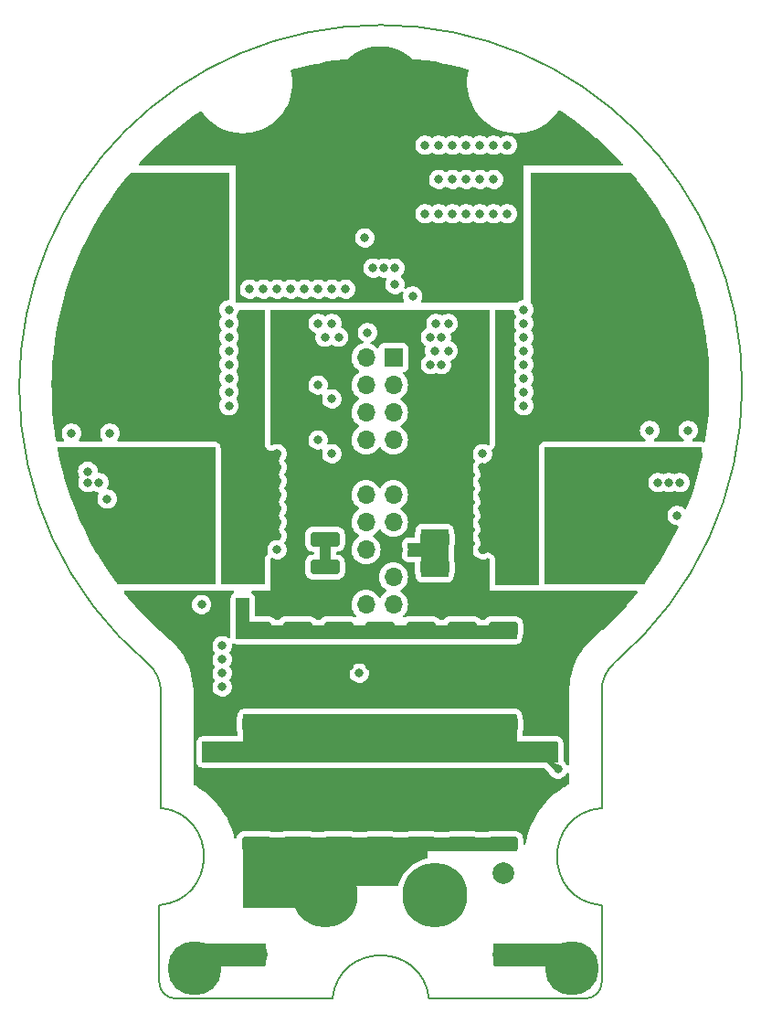
<source format=gbr>
%TF.GenerationSoftware,KiCad,Pcbnew,7.0.1*%
%TF.CreationDate,2023-12-14T23:22:24+03:00*%
%TF.ProjectId,_______ _____,21383b3e-3230-44f2-903f-3b3042302e6b,rev?*%
%TF.SameCoordinates,Original*%
%TF.FileFunction,Copper,L6,Bot*%
%TF.FilePolarity,Positive*%
%FSLAX46Y46*%
G04 Gerber Fmt 4.6, Leading zero omitted, Abs format (unit mm)*
G04 Created by KiCad (PCBNEW 7.0.1) date 2023-12-14 23:22:24*
%MOMM*%
%LPD*%
G01*
G04 APERTURE LIST*
G04 Aperture macros list*
%AMRoundRect*
0 Rectangle with rounded corners*
0 $1 Rounding radius*
0 $2 $3 $4 $5 $6 $7 $8 $9 X,Y pos of 4 corners*
0 Add a 4 corners polygon primitive as box body*
4,1,4,$2,$3,$4,$5,$6,$7,$8,$9,$2,$3,0*
0 Add four circle primitives for the rounded corners*
1,1,$1+$1,$2,$3*
1,1,$1+$1,$4,$5*
1,1,$1+$1,$6,$7*
1,1,$1+$1,$8,$9*
0 Add four rect primitives between the rounded corners*
20,1,$1+$1,$2,$3,$4,$5,0*
20,1,$1+$1,$4,$5,$6,$7,0*
20,1,$1+$1,$6,$7,$8,$9,0*
20,1,$1+$1,$8,$9,$2,$3,0*%
G04 Aperture macros list end*
%TA.AperFunction,ComponentPad*%
%ADD10C,8.200000*%
%TD*%
%TA.AperFunction,ComponentPad*%
%ADD11C,6.000000*%
%TD*%
%TA.AperFunction,ComponentPad*%
%ADD12R,1.700000X1.700000*%
%TD*%
%TA.AperFunction,ComponentPad*%
%ADD13O,1.700000X1.700000*%
%TD*%
%TA.AperFunction,ComponentPad*%
%ADD14C,2.000000*%
%TD*%
%TA.AperFunction,ComponentPad*%
%ADD15C,5.000000*%
%TD*%
%TA.AperFunction,SMDPad,CuDef*%
%ADD16RoundRect,0.250000X-1.100000X0.412500X-1.100000X-0.412500X1.100000X-0.412500X1.100000X0.412500X0*%
%TD*%
%TA.AperFunction,SMDPad,CuDef*%
%ADD17RoundRect,0.250000X1.100000X-0.412500X1.100000X0.412500X-1.100000X0.412500X-1.100000X-0.412500X0*%
%TD*%
%TA.AperFunction,ViaPad*%
%ADD18C,0.800000*%
%TD*%
%TA.AperFunction,Conductor*%
%ADD19C,1.000000*%
%TD*%
%TA.AperFunction,Conductor*%
%ADD20C,0.500000*%
%TD*%
%TA.AperFunction,Profile*%
%ADD21C,0.200000*%
%TD*%
G04 APERTURE END LIST*
D10*
%TO.P,J7,1,Pin_1*%
%TO.N,C*%
X123562000Y-52583000D03*
%TD*%
%TO.P,J5,1,Pin_1*%
%TO.N,A*%
X168012000Y-52583000D03*
%TD*%
D11*
%TO.P,J3,1,Pin_1*%
%TO.N,Shunt_1*%
X140707000Y-112543000D03*
%TD*%
D12*
%TO.P,J4,1,Pin_1*%
%TO.N,+3.3V*%
X147057000Y-62743000D03*
D13*
%TO.P,J4,2,Pin_2*%
%TO.N,~{OS}_MCU*%
X144517000Y-62743000D03*
%TO.P,J4,3,Pin_3*%
%TO.N,G3*%
X147057000Y-65283000D03*
%TO.P,J4,4,Pin_4*%
%TO.N,SCL_MCU*%
X144517000Y-65283000D03*
%TO.P,J4,5,Pin_5*%
%TO.N,B*%
X147057000Y-67823000D03*
%TO.P,J4,6,Pin_6*%
%TO.N,SDA_MCU*%
X144517000Y-67823000D03*
%TO.P,J4,7,Pin_7*%
%TO.N,G2*%
X147057000Y-70363000D03*
%TO.P,J4,8,Pin_8*%
%TO.N,G4*%
X144517000Y-70363000D03*
%TO.P,J4,9,Pin_9*%
%TO.N,GND*%
X147057000Y-72903000D03*
%TO.P,J4,10,Pin_10*%
X144517000Y-72903000D03*
%TO.P,J4,11,Pin_11*%
%TO.N,G1*%
X147057000Y-75443000D03*
%TO.P,J4,12,Pin_12*%
%TO.N,G6*%
X144517000Y-75443000D03*
%TO.P,J4,13,Pin_13*%
%TO.N,A*%
X147057000Y-77983000D03*
%TO.P,J4,14,Pin_14*%
%TO.N,C*%
X144517000Y-77983000D03*
%TO.P,J4,15,Pin_15*%
%TO.N,GND*%
X147057000Y-80523000D03*
%TO.P,J4,16,Pin_16*%
%TO.N,G5*%
X144517000Y-80523000D03*
%TO.P,J4,17,Pin_17*%
%TO.N,Shunt_1*%
X147057000Y-83063000D03*
%TO.P,J4,18,Pin_18*%
%TO.N,GND*%
X144517000Y-83063000D03*
%TO.P,J4,19,Pin_19*%
%TO.N,Shunt_1*%
X147057000Y-85603000D03*
%TO.P,J4,20,Pin_20*%
%TO.N,Shunt_2*%
X144517000Y-85603000D03*
%TD*%
D10*
%TO.P,J6,1,Pin_1*%
%TO.N,B*%
X145787000Y-37978000D03*
%TD*%
D14*
%TO.P,C7,1*%
%TO.N,Earth_Protective*%
X157217000Y-117998000D03*
%TO.P,C7,2*%
%TO.N,Net-(J2-Pin_1)*%
X157217000Y-110498000D03*
%TD*%
D11*
%TO.P,J2,1,Pin_1*%
%TO.N,Net-(J2-Pin_1)*%
X150867000Y-112543000D03*
%TD*%
D15*
%TO.P,H3,*%
%TO.N,Earth_Protective*%
X128642000Y-119258000D03*
%TD*%
D14*
%TO.P,C8,1*%
%TO.N,Shunt_1*%
X134357000Y-110498000D03*
%TO.P,C8,2*%
%TO.N,Earth_Protective*%
X134357000Y-117998000D03*
%TD*%
D15*
%TO.P,H4,*%
%TO.N,Earth_Protective*%
X163567000Y-119258000D03*
%TD*%
D16*
%TO.P,C41,1*%
%TO.N,Shunt_1*%
X141977000Y-87850500D03*
%TO.P,C41,2*%
%TO.N,GND*%
X141977000Y-90975500D03*
%TD*%
D17*
%TO.P,C37,1*%
%TO.N,Shunt_1*%
X149597000Y-96690500D03*
%TO.P,C37,2*%
%TO.N,GND*%
X149597000Y-93565500D03*
%TD*%
D16*
%TO.P,C25,1*%
%TO.N,Shunt_1*%
X160646000Y-99280500D03*
%TO.P,C25,2*%
%TO.N,GND*%
X160646000Y-102405500D03*
%TD*%
D17*
%TO.P,C44,1*%
%TO.N,Shunt_1*%
X145787000Y-96690500D03*
%TO.P,C44,2*%
%TO.N,GND*%
X145787000Y-93565500D03*
%TD*%
D16*
%TO.P,C32,1*%
%TO.N,Shunt_1*%
X149597000Y-87850500D03*
%TO.P,C32,2*%
%TO.N,GND*%
X149597000Y-90975500D03*
%TD*%
D17*
%TO.P,C18,1*%
%TO.N,Shunt_1*%
X134357000Y-96690500D03*
%TO.P,C18,2*%
%TO.N,GND*%
X134357000Y-93565500D03*
%TD*%
D16*
%TO.P,C5,1*%
%TO.N,Shunt_1*%
X134357000Y-99280500D03*
%TO.P,C5,2*%
%TO.N,GND*%
X134357000Y-102405500D03*
%TD*%
D17*
%TO.P,C26,1*%
%TO.N,Shunt_1*%
X153407000Y-107778000D03*
%TO.P,C26,2*%
%TO.N,GND*%
X153407000Y-104653000D03*
%TD*%
D16*
%TO.P,C4,1*%
%TO.N,Shunt_1*%
X130928000Y-99280500D03*
%TO.P,C4,2*%
%TO.N,GND*%
X130928000Y-102405500D03*
%TD*%
D17*
%TO.P,C15,1*%
%TO.N,Shunt_1*%
X134357000Y-107728000D03*
%TO.P,C15,2*%
%TO.N,GND*%
X134357000Y-104603000D03*
%TD*%
D16*
%TO.P,C40,1*%
%TO.N,Shunt_1*%
X153407000Y-87850500D03*
%TO.P,C40,2*%
%TO.N,GND*%
X153407000Y-90975500D03*
%TD*%
%TO.P,C29,1*%
%TO.N,Shunt_1*%
X157217000Y-99280500D03*
%TO.P,C29,2*%
%TO.N,GND*%
X157217000Y-102405500D03*
%TD*%
%TO.P,C30,1*%
%TO.N,Shunt_1*%
X153407000Y-99280500D03*
%TO.P,C30,2*%
%TO.N,GND*%
X153407000Y-102405500D03*
%TD*%
%TO.P,C6,1*%
%TO.N,Shunt_1*%
X150867000Y-82135500D03*
%TO.P,C6,2*%
%TO.N,GND*%
X150867000Y-85260500D03*
%TD*%
D17*
%TO.P,C14,1*%
%TO.N,Shunt_1*%
X157217000Y-107728000D03*
%TO.P,C14,2*%
%TO.N,GND*%
X157217000Y-104603000D03*
%TD*%
%TO.P,C2,1*%
%TO.N,Shunt_1*%
X157217000Y-96690500D03*
%TO.P,C2,2*%
%TO.N,GND*%
X157217000Y-93565500D03*
%TD*%
D16*
%TO.P,C9,1*%
%TO.N,Shunt_1*%
X140707000Y-82135500D03*
%TO.P,C9,2*%
%TO.N,GND*%
X140707000Y-85260500D03*
%TD*%
D17*
%TO.P,C28,1*%
%TO.N,Shunt_1*%
X141977000Y-107728000D03*
%TO.P,C28,2*%
%TO.N,GND*%
X141977000Y-104603000D03*
%TD*%
%TO.P,C3,1*%
%TO.N,Shunt_1*%
X145787000Y-107778000D03*
%TO.P,C3,2*%
%TO.N,GND*%
X145787000Y-104653000D03*
%TD*%
D16*
%TO.P,C23,1*%
%TO.N,Shunt_1*%
X141977000Y-99280500D03*
%TO.P,C23,2*%
%TO.N,GND*%
X141977000Y-102405500D03*
%TD*%
D17*
%TO.P,C22,1*%
%TO.N,Shunt_1*%
X140707000Y-79545500D03*
%TO.P,C22,2*%
%TO.N,GND*%
X140707000Y-76420500D03*
%TD*%
D16*
%TO.P,C43,1*%
%TO.N,Shunt_1*%
X145787000Y-87850500D03*
%TO.P,C43,2*%
%TO.N,GND*%
X145787000Y-90975500D03*
%TD*%
D17*
%TO.P,C17,1*%
%TO.N,Shunt_1*%
X138167000Y-96690500D03*
%TO.P,C17,2*%
%TO.N,GND*%
X138167000Y-93565500D03*
%TD*%
D16*
%TO.P,C19,1*%
%TO.N,Shunt_1*%
X149597000Y-99280500D03*
%TO.P,C19,2*%
%TO.N,GND*%
X149597000Y-102405500D03*
%TD*%
%TO.P,C36,1*%
%TO.N,Shunt_1*%
X145787000Y-99280500D03*
%TO.P,C36,2*%
%TO.N,GND*%
X145787000Y-102405500D03*
%TD*%
D17*
%TO.P,C11,1*%
%TO.N,Shunt_1*%
X141977000Y-96690500D03*
%TO.P,C11,2*%
%TO.N,GND*%
X141977000Y-93565500D03*
%TD*%
D16*
%TO.P,C38,1*%
%TO.N,Shunt_1*%
X157217000Y-87850500D03*
%TO.P,C38,2*%
%TO.N,GND*%
X157217000Y-90975500D03*
%TD*%
%TO.P,C33,1*%
%TO.N,Shunt_1*%
X138167000Y-87850500D03*
%TO.P,C33,2*%
%TO.N,GND*%
X138167000Y-90975500D03*
%TD*%
%TO.P,C34,1*%
%TO.N,Shunt_1*%
X134357000Y-87850500D03*
%TO.P,C34,2*%
%TO.N,GND*%
X134357000Y-90975500D03*
%TD*%
D17*
%TO.P,C42,1*%
%TO.N,Shunt_1*%
X138167000Y-107728000D03*
%TO.P,C42,2*%
%TO.N,GND*%
X138167000Y-104603000D03*
%TD*%
%TO.P,C31,1*%
%TO.N,Shunt_1*%
X153407000Y-96740500D03*
%TO.P,C31,2*%
%TO.N,GND*%
X153407000Y-93615500D03*
%TD*%
%TO.P,C16,1*%
%TO.N,Shunt_1*%
X150867000Y-79545500D03*
%TO.P,C16,2*%
%TO.N,GND*%
X150867000Y-76420500D03*
%TD*%
%TO.P,C27,1*%
%TO.N,Shunt_1*%
X149597000Y-107778000D03*
%TO.P,C27,2*%
%TO.N,GND*%
X149597000Y-104653000D03*
%TD*%
D16*
%TO.P,C24,1*%
%TO.N,Shunt_1*%
X138167000Y-99280500D03*
%TO.P,C24,2*%
%TO.N,GND*%
X138167000Y-102405500D03*
%TD*%
D18*
%TO.N,G1*%
X155312000Y-71633000D03*
%TO.N,A*%
X173092000Y-64013000D03*
X155312000Y-74173000D03*
X166742000Y-60203000D03*
X169917000Y-61473000D03*
X155312000Y-75443000D03*
X169917000Y-65283000D03*
X155312000Y-76713000D03*
X169917000Y-60203000D03*
X166742000Y-65283000D03*
X169917000Y-64013000D03*
X166742000Y-62743000D03*
X169917000Y-62743000D03*
X166742000Y-66553000D03*
X173092000Y-58933000D03*
X166742000Y-58933000D03*
X173092000Y-62743000D03*
X173092000Y-61473000D03*
X155312000Y-72903000D03*
X155312000Y-80523000D03*
X173092000Y-65283000D03*
X155312000Y-79253000D03*
X173092000Y-66553000D03*
X173092000Y-60203000D03*
X155312000Y-77983000D03*
X166742000Y-64013000D03*
X166742000Y-61473000D03*
%TO.N,G2*%
X159122000Y-58298000D03*
%TO.N,GND*%
X141342000Y-56393000D03*
X159122000Y-90048000D03*
X159122000Y-67188000D03*
X159122000Y-59568000D03*
X160392000Y-87508000D03*
X173346000Y-77348000D03*
X131817000Y-60838000D03*
X159122000Y-64648000D03*
X155947000Y-86238000D03*
X131817000Y-59568000D03*
X161027000Y-88778000D03*
X157217000Y-86238000D03*
X161027000Y-86238000D03*
X120768000Y-69728000D03*
X159757000Y-88778000D03*
X142612000Y-56393000D03*
X120514000Y-75824000D03*
X144390000Y-51647500D03*
X161027000Y-92588000D03*
X136262000Y-103383000D03*
X161662000Y-87508000D03*
X154677000Y-86238000D03*
X159757000Y-91318000D03*
X131817000Y-63378000D03*
X174362000Y-69474000D03*
X162297000Y-86238000D03*
X159122000Y-63378000D03*
X136262000Y-93565500D03*
X131817000Y-62108000D03*
X131817000Y-64648000D03*
X138802000Y-56393000D03*
X140122800Y-93553200D03*
X131817000Y-58298000D03*
X137532000Y-56393000D03*
X140072000Y-103383000D03*
X158487000Y-86238000D03*
X159122000Y-60838000D03*
X140072000Y-56393000D03*
X159757000Y-92588000D03*
X161027000Y-91318000D03*
X131817000Y-65918000D03*
X134992000Y-56393000D03*
X159757000Y-86238000D03*
X159122000Y-65918000D03*
X160392000Y-90048000D03*
X159122000Y-62108000D03*
X136262000Y-56393000D03*
%TO.N,G3*%
X148835000Y-57028000D03*
%TO.N,B*%
X134992000Y-46233000D03*
X140072000Y-49408000D03*
X138802000Y-46233000D03*
X137532000Y-43058000D03*
X136262000Y-43058000D03*
X133722000Y-49408000D03*
X133722000Y-43058000D03*
X136262000Y-46233000D03*
X140072000Y-43058000D03*
X154042000Y-57028000D03*
X136262000Y-49408000D03*
X150232000Y-57028000D03*
X151502000Y-57028000D03*
X140072000Y-46233000D03*
X138802000Y-43058000D03*
X157852000Y-57028000D03*
X134992000Y-49408000D03*
X137532000Y-49408000D03*
X138802000Y-49408000D03*
X155312000Y-57028000D03*
X134992000Y-43058000D03*
X137532000Y-46233000D03*
X141342000Y-49408000D03*
X156582000Y-57028000D03*
X141342000Y-43058000D03*
X152772000Y-57028000D03*
%TO.N,G4*%
X133722000Y-56393000D03*
%TO.N,G5*%
X136262000Y-80523000D03*
%TO.N,C*%
X136262000Y-76713000D03*
X124832000Y-64013000D03*
X136262000Y-79253000D03*
X124832000Y-62743000D03*
X124832000Y-61473000D03*
X121657000Y-64013000D03*
X121657000Y-61473000D03*
X118482000Y-62743000D03*
X118482000Y-61473000D03*
X136262000Y-74173000D03*
X118482000Y-65283000D03*
X124832000Y-58933000D03*
X118482000Y-58933000D03*
X118482000Y-60203000D03*
X124832000Y-60203000D03*
X124832000Y-65283000D03*
X121657000Y-62743000D03*
X136262000Y-71633000D03*
X121657000Y-65283000D03*
X118482000Y-66553000D03*
X124832000Y-66553000D03*
X121657000Y-60203000D03*
X136262000Y-72903000D03*
X136262000Y-75443000D03*
X136262000Y-77983000D03*
X118482000Y-64013000D03*
%TO.N,G6*%
X131817000Y-67188000D03*
%TO.N,Shunt_1*%
X131182000Y-91953000D03*
X140072000Y-99573000D03*
X162297000Y-100843000D03*
X140072000Y-98303000D03*
X131182000Y-89413000D03*
X143882000Y-91953000D03*
X136262000Y-99573000D03*
X131182000Y-90683000D03*
X143882000Y-98303000D03*
X140707000Y-80802500D03*
X131182000Y-93223000D03*
X150867000Y-80523000D03*
X143882000Y-99573000D03*
X133087000Y-85603000D03*
X136262000Y-98303000D03*
X129277000Y-85603000D03*
%TO.N,Shunt_2*%
X141342000Y-71633000D03*
X150486000Y-63378000D03*
X153788000Y-46233000D03*
X122927000Y-79888000D03*
X165472000Y-76078000D03*
X149978000Y-49408000D03*
X122927000Y-73538000D03*
X168647000Y-72268000D03*
X156328000Y-46233000D03*
X155058000Y-49408000D03*
X162297000Y-72268000D03*
X140072000Y-70363000D03*
X153788000Y-43058000D03*
X126102000Y-76078000D03*
X165472000Y-78618000D03*
X150867000Y-62108000D03*
X151502000Y-60838000D03*
X122927000Y-72268000D03*
X168647000Y-73538000D03*
X129277000Y-72268000D03*
X140072000Y-59568000D03*
X126102000Y-73538000D03*
X162297000Y-78618000D03*
X168647000Y-78618000D03*
X122927000Y-77348000D03*
X152518000Y-49408000D03*
X129277000Y-79888000D03*
X165472000Y-77348000D03*
X151248000Y-46233000D03*
X129277000Y-76078000D03*
X156328000Y-49408000D03*
X126102000Y-78618000D03*
X151248000Y-43058000D03*
X152518000Y-46233000D03*
X156328000Y-43058000D03*
X168647000Y-77348000D03*
X162297000Y-73538000D03*
X149978000Y-43058000D03*
X122927000Y-78618000D03*
X151502000Y-63378000D03*
X126102000Y-77348000D03*
X129277000Y-77348000D03*
X162297000Y-76078000D03*
X157598000Y-49408000D03*
X155058000Y-46233000D03*
X140072000Y-65283000D03*
X152137000Y-62108000D03*
X150486000Y-60838000D03*
X140707000Y-60838000D03*
X162297000Y-79888000D03*
X151248000Y-49408000D03*
X152137000Y-59568000D03*
X141342000Y-59568000D03*
X122927000Y-76078000D03*
X150994000Y-59568000D03*
X157598000Y-43058000D03*
X168647000Y-79888000D03*
X162297000Y-74808000D03*
X129277000Y-73538000D03*
X155058000Y-43058000D03*
X129277000Y-78618000D03*
X126102000Y-74808000D03*
X165472000Y-74808000D03*
X162297000Y-77348000D03*
X165472000Y-73538000D03*
X152518000Y-43058000D03*
X122927000Y-74808000D03*
X141977000Y-60838000D03*
X141342000Y-66553000D03*
X168647000Y-74808000D03*
X168647000Y-76078000D03*
X129277000Y-74808000D03*
X153788000Y-49408000D03*
%TO.N,+3.3V*%
X117212000Y-69728000D03*
X147184000Y-55965500D03*
X170803816Y-69475092D03*
X144644000Y-60410500D03*
%TO.N,~{OS}_MCU*%
X145152000Y-54441500D03*
X173600000Y-74300000D03*
X119752000Y-74300000D03*
%TO.N,SCL_MCU*%
X172579701Y-74295701D03*
X146168000Y-54441500D03*
X118736000Y-74300000D03*
%TO.N,SDA_MCU*%
X118727048Y-73275049D03*
X171568000Y-74300000D03*
X147184000Y-54441500D03*
%TD*%
D19*
%TO.N,GND*%
X147349500Y-80230500D02*
X147057000Y-80523000D01*
D20*
%TO.N,Shunt_1*%
X162208500Y-100843000D02*
X160646000Y-99280500D01*
D19*
X140707000Y-79545500D02*
X140707000Y-80802500D01*
D20*
X162297000Y-100843000D02*
X162208500Y-100843000D01*
D19*
X140707000Y-80802500D02*
X140707000Y-82135500D01*
%TD*%
%TA.AperFunction,Conductor*%
%TO.N,Earth_Protective*%
G36*
X135184000Y-116988613D02*
G01*
X135229387Y-117034000D01*
X135246000Y-117096000D01*
X135246000Y-118960157D01*
X135229391Y-119022150D01*
X135184015Y-119067536D01*
X135122026Y-119084156D01*
X133157725Y-119084564D01*
X128472043Y-119085536D01*
X128410032Y-119068932D01*
X128364634Y-119023543D01*
X128348017Y-118961536D01*
X128348017Y-117096000D01*
X128364630Y-117034000D01*
X128410017Y-116988613D01*
X128472017Y-116972000D01*
X135122000Y-116972000D01*
X135184000Y-116988613D01*
G37*
%TD.AperFunction*%
%TD*%
%TA.AperFunction,Conductor*%
%TO.N,B*%
G36*
X146956672Y-34953939D02*
G01*
X146961044Y-34954096D01*
X148043914Y-35012139D01*
X148048234Y-35012448D01*
X149128312Y-35109102D01*
X149132690Y-35109572D01*
X150208645Y-35244717D01*
X150212927Y-35245332D01*
X151283376Y-35418794D01*
X151287706Y-35419575D01*
X152351253Y-35631128D01*
X152355520Y-35632056D01*
X153410840Y-35881435D01*
X153415077Y-35882516D01*
X153944260Y-36027690D01*
X153997991Y-36058461D01*
X154030145Y-36111377D01*
X154032704Y-36173243D01*
X153943319Y-36590558D01*
X153892824Y-37019337D01*
X153882704Y-37450971D01*
X153913043Y-37881638D01*
X153983584Y-38307594D01*
X154093694Y-38725053D01*
X154242418Y-39130378D01*
X154428443Y-39519997D01*
X154650134Y-39890482D01*
X154905542Y-40238576D01*
X155192423Y-40561224D01*
X155508263Y-40855596D01*
X155850270Y-41119090D01*
X155850274Y-41119093D01*
X156215459Y-41349408D01*
X156600606Y-41544514D01*
X157002331Y-41702697D01*
X157417103Y-41822567D01*
X157841278Y-41903071D01*
X158171532Y-41934132D01*
X158271125Y-41943500D01*
X158271127Y-41943500D01*
X158594871Y-41943500D01*
X158594877Y-41943500D01*
X158918272Y-41928325D01*
X159345753Y-41867792D01*
X159765688Y-41767495D01*
X160174386Y-41628316D01*
X160568255Y-41451477D01*
X160748278Y-41349408D01*
X160943835Y-41238532D01*
X161120827Y-41114942D01*
X161297822Y-40991353D01*
X161627108Y-40712113D01*
X161928799Y-40403265D01*
X162200244Y-40067523D01*
X162314374Y-39895624D01*
X162362614Y-39853110D01*
X162425665Y-39840473D01*
X162486566Y-39861112D01*
X163051480Y-40238576D01*
X163262966Y-40379886D01*
X163266595Y-40382405D01*
X164010070Y-40918526D01*
X164146149Y-41016653D01*
X164149692Y-41019306D01*
X165006023Y-41684524D01*
X165009441Y-41687279D01*
X165831498Y-42374293D01*
X165841481Y-42382636D01*
X165844791Y-42385503D01*
X166651554Y-43110179D01*
X166654767Y-43113172D01*
X167435097Y-43866130D01*
X167438177Y-43869210D01*
X168191122Y-44649526D01*
X168194139Y-44652766D01*
X168286993Y-44756138D01*
X168314208Y-44805768D01*
X168316531Y-44862322D01*
X168293478Y-44914017D01*
X168249852Y-44950081D01*
X168194744Y-44963000D01*
X159122000Y-44963000D01*
X159122000Y-57276969D01*
X159109450Y-57331327D01*
X159074342Y-57374682D01*
X159023781Y-57398259D01*
X158842197Y-57436855D01*
X158669269Y-57513848D01*
X158505585Y-57632772D01*
X158505069Y-57632061D01*
X158477242Y-57652280D01*
X158426806Y-57663000D01*
X149722965Y-57663000D01*
X149660965Y-57646387D01*
X149615578Y-57601000D01*
X149598965Y-57539000D01*
X149615578Y-57477000D01*
X149662179Y-57396284D01*
X149683285Y-57331327D01*
X149720674Y-57216256D01*
X149740460Y-57028000D01*
X149720674Y-56839744D01*
X149690332Y-56746363D01*
X149662179Y-56659715D01*
X149567533Y-56495783D01*
X149440870Y-56355110D01*
X149287730Y-56243848D01*
X149114802Y-56166855D01*
X148929648Y-56127500D01*
X148929646Y-56127500D01*
X148740354Y-56127500D01*
X148740352Y-56127500D01*
X148555197Y-56166855D01*
X148382272Y-56243846D01*
X148243504Y-56344667D01*
X148186159Y-56367370D01*
X148124971Y-56359640D01*
X148075075Y-56323388D01*
X148048815Y-56267582D01*
X148052687Y-56206034D01*
X148069674Y-56153756D01*
X148089460Y-55965500D01*
X148069674Y-55777244D01*
X148014959Y-55608849D01*
X148011179Y-55597215D01*
X147916535Y-55433286D01*
X147895642Y-55410082D01*
X147789871Y-55292612D01*
X147789867Y-55292609D01*
X147784342Y-55286473D01*
X147756175Y-55233499D01*
X147756175Y-55173501D01*
X147784342Y-55120527D01*
X147789867Y-55114390D01*
X147789871Y-55114388D01*
X147916533Y-54973716D01*
X148011179Y-54809784D01*
X148069674Y-54629756D01*
X148089460Y-54441500D01*
X148069674Y-54253244D01*
X148011179Y-54073216D01*
X148011179Y-54073215D01*
X147916533Y-53909283D01*
X147789870Y-53768610D01*
X147636730Y-53657348D01*
X147463802Y-53580355D01*
X147278648Y-53541000D01*
X147278646Y-53541000D01*
X147089354Y-53541000D01*
X147089352Y-53541000D01*
X146904201Y-53580354D01*
X146726436Y-53659501D01*
X146676000Y-53670221D01*
X146625564Y-53659501D01*
X146530205Y-53617044D01*
X146447803Y-53580356D01*
X146447802Y-53580355D01*
X146447798Y-53580354D01*
X146262648Y-53541000D01*
X146262646Y-53541000D01*
X146073354Y-53541000D01*
X146073352Y-53541000D01*
X145888201Y-53580354D01*
X145710436Y-53659501D01*
X145660000Y-53670221D01*
X145609564Y-53659501D01*
X145514205Y-53617044D01*
X145431803Y-53580356D01*
X145431802Y-53580355D01*
X145431798Y-53580354D01*
X145246648Y-53541000D01*
X145246646Y-53541000D01*
X145057354Y-53541000D01*
X145057352Y-53541000D01*
X144872197Y-53580355D01*
X144699269Y-53657348D01*
X144546129Y-53768610D01*
X144419466Y-53909283D01*
X144324820Y-54073215D01*
X144266326Y-54253242D01*
X144246540Y-54441500D01*
X144266326Y-54629757D01*
X144324820Y-54809784D01*
X144419466Y-54973716D01*
X144546129Y-55114389D01*
X144699269Y-55225651D01*
X144872197Y-55302644D01*
X145057352Y-55342000D01*
X145057354Y-55342000D01*
X145246646Y-55342000D01*
X145246648Y-55342000D01*
X145370083Y-55315762D01*
X145431803Y-55302644D01*
X145543755Y-55252798D01*
X145609564Y-55223499D01*
X145660000Y-55212778D01*
X145710436Y-55223499D01*
X145888197Y-55302644D01*
X146073352Y-55342000D01*
X146073354Y-55342000D01*
X146262642Y-55342000D01*
X146262646Y-55342000D01*
X146265529Y-55341387D01*
X146322145Y-55342570D01*
X146372334Y-55368806D01*
X146405623Y-55414621D01*
X146415068Y-55470459D01*
X146398701Y-55524675D01*
X146356820Y-55597216D01*
X146298326Y-55777242D01*
X146278540Y-55965499D01*
X146298326Y-56153757D01*
X146356820Y-56333784D01*
X146451466Y-56497716D01*
X146578129Y-56638389D01*
X146731269Y-56749651D01*
X146904197Y-56826644D01*
X147089352Y-56866000D01*
X147089354Y-56866000D01*
X147278646Y-56866000D01*
X147278648Y-56866000D01*
X147402191Y-56839740D01*
X147463803Y-56826644D01*
X147636730Y-56749651D01*
X147775495Y-56648832D01*
X147832838Y-56626129D01*
X147894027Y-56633859D01*
X147943923Y-56670110D01*
X147970183Y-56725915D01*
X147966311Y-56787468D01*
X147949326Y-56839740D01*
X147929540Y-57028000D01*
X147949326Y-57216257D01*
X148007820Y-57396284D01*
X148054422Y-57477000D01*
X148071035Y-57539000D01*
X148054422Y-57601000D01*
X148009035Y-57646387D01*
X147947035Y-57663000D01*
X132576000Y-57663000D01*
X132514000Y-57646387D01*
X132468613Y-57601000D01*
X132452000Y-57539000D01*
X132452000Y-56393000D01*
X132816540Y-56393000D01*
X132836326Y-56581257D01*
X132894820Y-56761284D01*
X132989466Y-56925216D01*
X133116129Y-57065889D01*
X133269269Y-57177151D01*
X133442197Y-57254144D01*
X133627352Y-57293500D01*
X133627354Y-57293500D01*
X133816646Y-57293500D01*
X133816648Y-57293500D01*
X133940083Y-57267262D01*
X134001803Y-57254144D01*
X134174730Y-57177151D01*
X134267159Y-57109998D01*
X134284115Y-57097679D01*
X134331219Y-57076707D01*
X134382781Y-57076707D01*
X134429885Y-57097679D01*
X134539269Y-57177151D01*
X134712197Y-57254144D01*
X134897352Y-57293500D01*
X134897354Y-57293500D01*
X135086646Y-57293500D01*
X135086648Y-57293500D01*
X135210083Y-57267262D01*
X135271803Y-57254144D01*
X135444730Y-57177151D01*
X135537159Y-57109998D01*
X135554115Y-57097679D01*
X135601219Y-57076707D01*
X135652781Y-57076707D01*
X135699885Y-57097679D01*
X135809269Y-57177151D01*
X135982197Y-57254144D01*
X136167352Y-57293500D01*
X136167354Y-57293500D01*
X136356646Y-57293500D01*
X136356648Y-57293500D01*
X136480083Y-57267262D01*
X136541803Y-57254144D01*
X136714730Y-57177151D01*
X136807159Y-57109998D01*
X136824115Y-57097679D01*
X136871219Y-57076707D01*
X136922781Y-57076707D01*
X136969885Y-57097679D01*
X137079269Y-57177151D01*
X137252197Y-57254144D01*
X137437352Y-57293500D01*
X137437354Y-57293500D01*
X137626646Y-57293500D01*
X137626648Y-57293500D01*
X137750083Y-57267262D01*
X137811803Y-57254144D01*
X137984730Y-57177151D01*
X138077159Y-57109998D01*
X138094115Y-57097679D01*
X138141219Y-57076707D01*
X138192781Y-57076707D01*
X138239885Y-57097679D01*
X138349269Y-57177151D01*
X138522197Y-57254144D01*
X138707352Y-57293500D01*
X138707354Y-57293500D01*
X138896646Y-57293500D01*
X138896648Y-57293500D01*
X139020083Y-57267262D01*
X139081803Y-57254144D01*
X139254730Y-57177151D01*
X139347159Y-57109998D01*
X139364115Y-57097679D01*
X139411219Y-57076707D01*
X139462781Y-57076707D01*
X139509885Y-57097679D01*
X139619269Y-57177151D01*
X139792197Y-57254144D01*
X139977352Y-57293500D01*
X139977354Y-57293500D01*
X140166646Y-57293500D01*
X140166648Y-57293500D01*
X140290083Y-57267262D01*
X140351803Y-57254144D01*
X140524730Y-57177151D01*
X140617159Y-57109998D01*
X140634115Y-57097679D01*
X140681219Y-57076707D01*
X140732781Y-57076707D01*
X140779885Y-57097679D01*
X140889269Y-57177151D01*
X141062197Y-57254144D01*
X141247352Y-57293500D01*
X141247354Y-57293500D01*
X141436646Y-57293500D01*
X141436648Y-57293500D01*
X141560083Y-57267262D01*
X141621803Y-57254144D01*
X141794730Y-57177151D01*
X141887159Y-57109998D01*
X141904115Y-57097679D01*
X141951219Y-57076707D01*
X142002781Y-57076707D01*
X142049885Y-57097679D01*
X142159269Y-57177151D01*
X142332197Y-57254144D01*
X142517352Y-57293500D01*
X142517354Y-57293500D01*
X142706646Y-57293500D01*
X142706648Y-57293500D01*
X142830083Y-57267262D01*
X142891803Y-57254144D01*
X143064730Y-57177151D01*
X143157159Y-57109998D01*
X143217870Y-57065889D01*
X143344533Y-56925216D01*
X143439179Y-56761284D01*
X143450671Y-56725915D01*
X143497674Y-56581256D01*
X143517460Y-56393000D01*
X143497674Y-56204744D01*
X143439179Y-56024716D01*
X143439179Y-56024715D01*
X143344533Y-55860783D01*
X143217870Y-55720110D01*
X143064730Y-55608848D01*
X142891802Y-55531855D01*
X142706648Y-55492500D01*
X142706646Y-55492500D01*
X142517354Y-55492500D01*
X142517352Y-55492500D01*
X142332197Y-55531855D01*
X142159269Y-55608848D01*
X142049885Y-55688321D01*
X142002781Y-55709293D01*
X141951219Y-55709293D01*
X141904115Y-55688321D01*
X141794730Y-55608848D01*
X141621802Y-55531855D01*
X141436648Y-55492500D01*
X141436646Y-55492500D01*
X141247354Y-55492500D01*
X141247352Y-55492500D01*
X141062197Y-55531855D01*
X140889269Y-55608848D01*
X140779885Y-55688321D01*
X140732781Y-55709293D01*
X140681219Y-55709293D01*
X140634115Y-55688321D01*
X140524730Y-55608848D01*
X140351802Y-55531855D01*
X140166648Y-55492500D01*
X140166646Y-55492500D01*
X139977354Y-55492500D01*
X139977352Y-55492500D01*
X139792197Y-55531855D01*
X139619269Y-55608848D01*
X139509885Y-55688321D01*
X139462781Y-55709293D01*
X139411219Y-55709293D01*
X139364115Y-55688321D01*
X139254730Y-55608848D01*
X139081802Y-55531855D01*
X138896648Y-55492500D01*
X138896646Y-55492500D01*
X138707354Y-55492500D01*
X138707352Y-55492500D01*
X138522197Y-55531855D01*
X138349269Y-55608848D01*
X138239885Y-55688321D01*
X138192781Y-55709293D01*
X138141219Y-55709293D01*
X138094115Y-55688321D01*
X137984730Y-55608848D01*
X137811802Y-55531855D01*
X137626648Y-55492500D01*
X137626646Y-55492500D01*
X137437354Y-55492500D01*
X137437352Y-55492500D01*
X137252197Y-55531855D01*
X137079269Y-55608848D01*
X136969885Y-55688321D01*
X136922781Y-55709293D01*
X136871219Y-55709293D01*
X136824115Y-55688321D01*
X136714730Y-55608848D01*
X136541802Y-55531855D01*
X136356648Y-55492500D01*
X136356646Y-55492500D01*
X136167354Y-55492500D01*
X136167352Y-55492500D01*
X135982197Y-55531855D01*
X135809269Y-55608848D01*
X135699885Y-55688321D01*
X135652781Y-55709293D01*
X135601219Y-55709293D01*
X135554115Y-55688321D01*
X135444730Y-55608848D01*
X135271802Y-55531855D01*
X135086648Y-55492500D01*
X135086646Y-55492500D01*
X134897354Y-55492500D01*
X134897352Y-55492500D01*
X134712197Y-55531855D01*
X134539269Y-55608848D01*
X134429885Y-55688321D01*
X134382781Y-55709293D01*
X134331219Y-55709293D01*
X134284115Y-55688321D01*
X134174730Y-55608848D01*
X134001802Y-55531855D01*
X133816648Y-55492500D01*
X133816646Y-55492500D01*
X133627354Y-55492500D01*
X133627352Y-55492500D01*
X133442197Y-55531855D01*
X133269269Y-55608848D01*
X133116129Y-55720110D01*
X132989466Y-55860783D01*
X132894820Y-56024715D01*
X132836326Y-56204742D01*
X132816540Y-56393000D01*
X132452000Y-56393000D01*
X132452000Y-51647499D01*
X143484540Y-51647499D01*
X143504326Y-51835757D01*
X143562820Y-52015784D01*
X143657466Y-52179716D01*
X143784129Y-52320389D01*
X143937269Y-52431651D01*
X144110197Y-52508644D01*
X144295352Y-52548000D01*
X144295354Y-52548000D01*
X144484646Y-52548000D01*
X144484648Y-52548000D01*
X144608084Y-52521762D01*
X144669803Y-52508644D01*
X144842730Y-52431651D01*
X144995871Y-52320388D01*
X145122533Y-52179716D01*
X145217179Y-52015784D01*
X145275674Y-51835756D01*
X145295460Y-51647500D01*
X145275674Y-51459244D01*
X145217179Y-51279216D01*
X145217179Y-51279215D01*
X145122533Y-51115283D01*
X144995870Y-50974610D01*
X144842730Y-50863348D01*
X144669802Y-50786355D01*
X144484648Y-50747000D01*
X144484646Y-50747000D01*
X144295354Y-50747000D01*
X144295352Y-50747000D01*
X144110197Y-50786355D01*
X143937269Y-50863348D01*
X143784129Y-50974610D01*
X143657466Y-51115283D01*
X143562820Y-51279215D01*
X143504326Y-51459242D01*
X143484540Y-51647499D01*
X132452000Y-51647499D01*
X132452000Y-49408000D01*
X149072540Y-49408000D01*
X149092326Y-49596257D01*
X149150820Y-49776284D01*
X149245466Y-49940216D01*
X149372129Y-50080889D01*
X149525269Y-50192151D01*
X149698197Y-50269144D01*
X149883352Y-50308500D01*
X149883354Y-50308500D01*
X150072646Y-50308500D01*
X150072648Y-50308500D01*
X150196083Y-50282262D01*
X150257803Y-50269144D01*
X150430730Y-50192151D01*
X150430729Y-50192151D01*
X150540115Y-50112679D01*
X150587219Y-50091707D01*
X150638781Y-50091707D01*
X150685885Y-50112679D01*
X150795269Y-50192151D01*
X150968197Y-50269144D01*
X151153352Y-50308500D01*
X151153354Y-50308500D01*
X151342646Y-50308500D01*
X151342648Y-50308500D01*
X151466083Y-50282262D01*
X151527803Y-50269144D01*
X151700730Y-50192151D01*
X151700729Y-50192151D01*
X151810115Y-50112679D01*
X151857219Y-50091707D01*
X151908781Y-50091707D01*
X151955885Y-50112679D01*
X152065269Y-50192151D01*
X152238197Y-50269144D01*
X152423352Y-50308500D01*
X152423354Y-50308500D01*
X152612646Y-50308500D01*
X152612648Y-50308500D01*
X152736083Y-50282262D01*
X152797803Y-50269144D01*
X152970730Y-50192151D01*
X152970729Y-50192151D01*
X153080115Y-50112679D01*
X153127219Y-50091707D01*
X153178781Y-50091707D01*
X153225885Y-50112679D01*
X153335269Y-50192151D01*
X153508197Y-50269144D01*
X153693352Y-50308500D01*
X153693354Y-50308500D01*
X153882646Y-50308500D01*
X153882648Y-50308500D01*
X154006083Y-50282262D01*
X154067803Y-50269144D01*
X154240730Y-50192151D01*
X154240729Y-50192151D01*
X154350115Y-50112679D01*
X154397219Y-50091707D01*
X154448781Y-50091707D01*
X154495885Y-50112679D01*
X154605269Y-50192151D01*
X154778197Y-50269144D01*
X154963352Y-50308500D01*
X154963354Y-50308500D01*
X155152646Y-50308500D01*
X155152648Y-50308500D01*
X155276083Y-50282262D01*
X155337803Y-50269144D01*
X155510730Y-50192151D01*
X155510729Y-50192151D01*
X155620115Y-50112679D01*
X155667219Y-50091707D01*
X155718781Y-50091707D01*
X155765885Y-50112679D01*
X155875269Y-50192151D01*
X156048197Y-50269144D01*
X156233352Y-50308500D01*
X156233354Y-50308500D01*
X156422646Y-50308500D01*
X156422648Y-50308500D01*
X156546083Y-50282262D01*
X156607803Y-50269144D01*
X156780730Y-50192151D01*
X156780729Y-50192151D01*
X156890115Y-50112679D01*
X156937219Y-50091707D01*
X156988781Y-50091707D01*
X157035885Y-50112679D01*
X157145269Y-50192151D01*
X157318197Y-50269144D01*
X157503352Y-50308500D01*
X157503354Y-50308500D01*
X157692646Y-50308500D01*
X157692648Y-50308500D01*
X157816083Y-50282262D01*
X157877803Y-50269144D01*
X158050730Y-50192151D01*
X158050729Y-50192151D01*
X158203870Y-50080889D01*
X158330533Y-49940216D01*
X158425179Y-49776284D01*
X158425179Y-49776283D01*
X158483674Y-49596256D01*
X158503460Y-49408000D01*
X158483674Y-49219744D01*
X158425179Y-49039716D01*
X158425179Y-49039715D01*
X158330533Y-48875783D01*
X158203870Y-48735110D01*
X158050730Y-48623848D01*
X157877802Y-48546855D01*
X157692648Y-48507500D01*
X157692646Y-48507500D01*
X157503354Y-48507500D01*
X157503352Y-48507500D01*
X157318197Y-48546855D01*
X157145269Y-48623848D01*
X157035885Y-48703321D01*
X156988781Y-48724293D01*
X156937219Y-48724293D01*
X156890115Y-48703321D01*
X156780730Y-48623848D01*
X156607802Y-48546855D01*
X156422648Y-48507500D01*
X156422646Y-48507500D01*
X156233354Y-48507500D01*
X156233352Y-48507500D01*
X156048197Y-48546855D01*
X155875269Y-48623848D01*
X155765885Y-48703321D01*
X155718781Y-48724293D01*
X155667219Y-48724293D01*
X155620115Y-48703321D01*
X155510730Y-48623848D01*
X155337802Y-48546855D01*
X155152648Y-48507500D01*
X155152646Y-48507500D01*
X154963354Y-48507500D01*
X154963352Y-48507500D01*
X154778197Y-48546855D01*
X154605269Y-48623848D01*
X154495885Y-48703321D01*
X154448781Y-48724293D01*
X154397219Y-48724293D01*
X154350115Y-48703321D01*
X154240730Y-48623848D01*
X154067802Y-48546855D01*
X153882648Y-48507500D01*
X153882646Y-48507500D01*
X153693354Y-48507500D01*
X153693352Y-48507500D01*
X153508197Y-48546855D01*
X153335269Y-48623848D01*
X153225885Y-48703321D01*
X153178781Y-48724293D01*
X153127219Y-48724293D01*
X153080115Y-48703321D01*
X152970730Y-48623848D01*
X152797802Y-48546855D01*
X152612648Y-48507500D01*
X152612646Y-48507500D01*
X152423354Y-48507500D01*
X152423352Y-48507500D01*
X152238197Y-48546855D01*
X152065269Y-48623848D01*
X151955885Y-48703321D01*
X151908781Y-48724293D01*
X151857219Y-48724293D01*
X151810115Y-48703321D01*
X151700730Y-48623848D01*
X151527802Y-48546855D01*
X151342648Y-48507500D01*
X151342646Y-48507500D01*
X151153354Y-48507500D01*
X151153352Y-48507500D01*
X150968197Y-48546855D01*
X150795269Y-48623848D01*
X150685885Y-48703321D01*
X150638781Y-48724293D01*
X150587219Y-48724293D01*
X150540115Y-48703321D01*
X150430730Y-48623848D01*
X150257802Y-48546855D01*
X150072648Y-48507500D01*
X150072646Y-48507500D01*
X149883354Y-48507500D01*
X149883352Y-48507500D01*
X149698197Y-48546855D01*
X149525269Y-48623848D01*
X149372129Y-48735110D01*
X149245466Y-48875783D01*
X149150820Y-49039715D01*
X149092326Y-49219742D01*
X149072540Y-49408000D01*
X132452000Y-49408000D01*
X132452000Y-46232999D01*
X150342540Y-46232999D01*
X150362326Y-46421257D01*
X150420820Y-46601284D01*
X150515466Y-46765216D01*
X150642129Y-46905889D01*
X150795269Y-47017151D01*
X150968197Y-47094144D01*
X151153352Y-47133500D01*
X151153354Y-47133500D01*
X151342646Y-47133500D01*
X151342648Y-47133500D01*
X151466084Y-47107262D01*
X151527803Y-47094144D01*
X151700730Y-47017151D01*
X151700729Y-47017151D01*
X151810115Y-46937679D01*
X151857219Y-46916707D01*
X151908781Y-46916707D01*
X151955885Y-46937679D01*
X152065269Y-47017151D01*
X152238197Y-47094144D01*
X152423352Y-47133500D01*
X152423354Y-47133500D01*
X152612646Y-47133500D01*
X152612648Y-47133500D01*
X152736084Y-47107262D01*
X152797803Y-47094144D01*
X152970730Y-47017151D01*
X152970729Y-47017151D01*
X153080115Y-46937679D01*
X153127219Y-46916707D01*
X153178781Y-46916707D01*
X153225885Y-46937679D01*
X153335269Y-47017151D01*
X153508197Y-47094144D01*
X153693352Y-47133500D01*
X153693354Y-47133500D01*
X153882646Y-47133500D01*
X153882648Y-47133500D01*
X154006084Y-47107262D01*
X154067803Y-47094144D01*
X154240730Y-47017151D01*
X154240729Y-47017151D01*
X154350115Y-46937679D01*
X154397219Y-46916707D01*
X154448781Y-46916707D01*
X154495885Y-46937679D01*
X154605269Y-47017151D01*
X154778197Y-47094144D01*
X154963352Y-47133500D01*
X154963354Y-47133500D01*
X155152646Y-47133500D01*
X155152648Y-47133500D01*
X155276084Y-47107262D01*
X155337803Y-47094144D01*
X155510730Y-47017151D01*
X155510729Y-47017151D01*
X155620115Y-46937679D01*
X155667219Y-46916707D01*
X155718781Y-46916707D01*
X155765885Y-46937679D01*
X155875269Y-47017151D01*
X156048197Y-47094144D01*
X156233352Y-47133500D01*
X156233354Y-47133500D01*
X156422646Y-47133500D01*
X156422648Y-47133500D01*
X156546084Y-47107262D01*
X156607803Y-47094144D01*
X156780730Y-47017151D01*
X156780730Y-47017150D01*
X156933870Y-46905889D01*
X157060533Y-46765216D01*
X157155179Y-46601284D01*
X157155178Y-46601284D01*
X157213674Y-46421256D01*
X157233460Y-46233000D01*
X157213674Y-46044744D01*
X157155179Y-45864716D01*
X157155179Y-45864715D01*
X157060533Y-45700783D01*
X156933870Y-45560110D01*
X156780730Y-45448848D01*
X156607802Y-45371855D01*
X156422648Y-45332500D01*
X156422646Y-45332500D01*
X156233354Y-45332500D01*
X156233352Y-45332500D01*
X156048197Y-45371855D01*
X155875269Y-45448848D01*
X155765885Y-45528321D01*
X155718781Y-45549293D01*
X155667219Y-45549293D01*
X155620115Y-45528321D01*
X155510730Y-45448848D01*
X155337802Y-45371855D01*
X155152648Y-45332500D01*
X155152646Y-45332500D01*
X154963354Y-45332500D01*
X154963352Y-45332500D01*
X154778197Y-45371855D01*
X154605269Y-45448848D01*
X154495885Y-45528321D01*
X154448781Y-45549293D01*
X154397219Y-45549293D01*
X154350115Y-45528321D01*
X154240730Y-45448848D01*
X154067802Y-45371855D01*
X153882648Y-45332500D01*
X153882646Y-45332500D01*
X153693354Y-45332500D01*
X153693352Y-45332500D01*
X153508197Y-45371855D01*
X153335269Y-45448848D01*
X153225885Y-45528321D01*
X153178781Y-45549293D01*
X153127219Y-45549293D01*
X153080115Y-45528321D01*
X152970730Y-45448848D01*
X152797802Y-45371855D01*
X152612648Y-45332500D01*
X152612646Y-45332500D01*
X152423354Y-45332500D01*
X152423352Y-45332500D01*
X152238197Y-45371855D01*
X152065269Y-45448848D01*
X151955885Y-45528321D01*
X151908781Y-45549293D01*
X151857219Y-45549293D01*
X151810115Y-45528321D01*
X151700730Y-45448848D01*
X151527802Y-45371855D01*
X151342648Y-45332500D01*
X151342646Y-45332500D01*
X151153354Y-45332500D01*
X151153352Y-45332500D01*
X150968197Y-45371855D01*
X150795269Y-45448848D01*
X150642129Y-45560110D01*
X150515466Y-45700783D01*
X150420820Y-45864715D01*
X150362326Y-46044742D01*
X150342540Y-46232999D01*
X132452000Y-46232999D01*
X132452000Y-44963000D01*
X123545780Y-44963000D01*
X123490672Y-44950081D01*
X123447046Y-44914018D01*
X123423993Y-44862323D01*
X123426316Y-44805768D01*
X123453531Y-44756138D01*
X123546384Y-44652766D01*
X123549362Y-44649567D01*
X124302373Y-43869182D01*
X124305398Y-43866157D01*
X125085782Y-43113147D01*
X125088941Y-43110204D01*
X125147058Y-43058000D01*
X149072540Y-43058000D01*
X149092326Y-43246257D01*
X149150820Y-43426284D01*
X149245466Y-43590216D01*
X149372129Y-43730889D01*
X149525269Y-43842151D01*
X149698197Y-43919144D01*
X149883352Y-43958500D01*
X149883354Y-43958500D01*
X150072646Y-43958500D01*
X150072648Y-43958500D01*
X150196084Y-43932262D01*
X150257803Y-43919144D01*
X150430730Y-43842151D01*
X150430729Y-43842151D01*
X150540115Y-43762679D01*
X150587219Y-43741707D01*
X150638781Y-43741707D01*
X150685885Y-43762679D01*
X150795269Y-43842151D01*
X150968197Y-43919144D01*
X151153352Y-43958500D01*
X151153354Y-43958500D01*
X151342646Y-43958500D01*
X151342648Y-43958500D01*
X151466084Y-43932262D01*
X151527803Y-43919144D01*
X151700730Y-43842151D01*
X151700729Y-43842151D01*
X151810115Y-43762679D01*
X151857219Y-43741707D01*
X151908781Y-43741707D01*
X151955885Y-43762679D01*
X152065269Y-43842151D01*
X152238197Y-43919144D01*
X152423352Y-43958500D01*
X152423354Y-43958500D01*
X152612646Y-43958500D01*
X152612648Y-43958500D01*
X152736084Y-43932262D01*
X152797803Y-43919144D01*
X152970730Y-43842151D01*
X152970729Y-43842151D01*
X153080115Y-43762679D01*
X153127219Y-43741707D01*
X153178781Y-43741707D01*
X153225885Y-43762679D01*
X153335269Y-43842151D01*
X153508197Y-43919144D01*
X153693352Y-43958500D01*
X153693354Y-43958500D01*
X153882646Y-43958500D01*
X153882648Y-43958500D01*
X154006084Y-43932262D01*
X154067803Y-43919144D01*
X154240730Y-43842151D01*
X154240729Y-43842151D01*
X154350115Y-43762679D01*
X154397219Y-43741707D01*
X154448781Y-43741707D01*
X154495885Y-43762679D01*
X154605269Y-43842151D01*
X154778197Y-43919144D01*
X154963352Y-43958500D01*
X154963354Y-43958500D01*
X155152646Y-43958500D01*
X155152648Y-43958500D01*
X155276084Y-43932262D01*
X155337803Y-43919144D01*
X155510730Y-43842151D01*
X155510729Y-43842151D01*
X155620115Y-43762679D01*
X155667219Y-43741707D01*
X155718781Y-43741707D01*
X155765885Y-43762679D01*
X155875269Y-43842151D01*
X156048197Y-43919144D01*
X156233352Y-43958500D01*
X156233354Y-43958500D01*
X156422646Y-43958500D01*
X156422648Y-43958500D01*
X156546084Y-43932262D01*
X156607803Y-43919144D01*
X156780730Y-43842151D01*
X156780729Y-43842151D01*
X156890115Y-43762679D01*
X156937219Y-43741707D01*
X156988781Y-43741707D01*
X157035885Y-43762679D01*
X157145269Y-43842151D01*
X157318197Y-43919144D01*
X157503352Y-43958500D01*
X157503354Y-43958500D01*
X157692646Y-43958500D01*
X157692648Y-43958500D01*
X157816084Y-43932262D01*
X157877803Y-43919144D01*
X158050730Y-43842151D01*
X158050729Y-43842151D01*
X158203870Y-43730889D01*
X158330533Y-43590216D01*
X158425179Y-43426284D01*
X158425179Y-43426283D01*
X158483674Y-43246256D01*
X158503460Y-43058000D01*
X158483674Y-42869744D01*
X158425179Y-42689716D01*
X158425179Y-42689715D01*
X158330533Y-42525783D01*
X158203870Y-42385110D01*
X158050730Y-42273848D01*
X157877802Y-42196855D01*
X157692648Y-42157500D01*
X157692646Y-42157500D01*
X157503354Y-42157500D01*
X157503352Y-42157500D01*
X157318197Y-42196855D01*
X157145269Y-42273848D01*
X157035885Y-42353321D01*
X156988781Y-42374293D01*
X156937219Y-42374293D01*
X156890115Y-42353321D01*
X156780730Y-42273848D01*
X156607802Y-42196855D01*
X156422648Y-42157500D01*
X156422646Y-42157500D01*
X156233354Y-42157500D01*
X156233352Y-42157500D01*
X156048197Y-42196855D01*
X155875269Y-42273848D01*
X155765885Y-42353321D01*
X155718781Y-42374293D01*
X155667219Y-42374293D01*
X155620115Y-42353321D01*
X155510730Y-42273848D01*
X155337802Y-42196855D01*
X155152648Y-42157500D01*
X155152646Y-42157500D01*
X154963354Y-42157500D01*
X154963352Y-42157500D01*
X154778197Y-42196855D01*
X154605269Y-42273848D01*
X154495885Y-42353321D01*
X154448781Y-42374293D01*
X154397219Y-42374293D01*
X154350115Y-42353321D01*
X154240730Y-42273848D01*
X154067802Y-42196855D01*
X153882648Y-42157500D01*
X153882646Y-42157500D01*
X153693354Y-42157500D01*
X153693352Y-42157500D01*
X153508197Y-42196855D01*
X153335269Y-42273848D01*
X153225885Y-42353321D01*
X153178781Y-42374293D01*
X153127219Y-42374293D01*
X153080115Y-42353321D01*
X152970730Y-42273848D01*
X152797802Y-42196855D01*
X152612648Y-42157500D01*
X152612646Y-42157500D01*
X152423354Y-42157500D01*
X152423352Y-42157500D01*
X152238197Y-42196855D01*
X152065269Y-42273848D01*
X151955885Y-42353321D01*
X151908781Y-42374293D01*
X151857219Y-42374293D01*
X151810115Y-42353321D01*
X151700730Y-42273848D01*
X151527802Y-42196855D01*
X151342648Y-42157500D01*
X151342646Y-42157500D01*
X151153354Y-42157500D01*
X151153352Y-42157500D01*
X150968197Y-42196855D01*
X150795269Y-42273848D01*
X150685885Y-42353321D01*
X150638781Y-42374293D01*
X150587219Y-42374293D01*
X150540115Y-42353321D01*
X150430730Y-42273848D01*
X150257802Y-42196855D01*
X150072648Y-42157500D01*
X150072646Y-42157500D01*
X149883354Y-42157500D01*
X149883352Y-42157500D01*
X149698197Y-42196855D01*
X149525269Y-42273848D01*
X149372129Y-42385110D01*
X149245466Y-42525783D01*
X149150820Y-42689715D01*
X149092326Y-42869742D01*
X149072540Y-43058000D01*
X125147058Y-43058000D01*
X125895759Y-42385479D01*
X125899006Y-42382666D01*
X126731109Y-41687256D01*
X126734473Y-41684545D01*
X127590858Y-41019285D01*
X127594348Y-41016672D01*
X128473953Y-40382387D01*
X128477523Y-40379909D01*
X129138265Y-39938414D01*
X129197234Y-39917915D01*
X129258718Y-39928746D01*
X129307131Y-39968162D01*
X129505542Y-40238576D01*
X129792423Y-40561224D01*
X130108263Y-40855596D01*
X130450270Y-41119090D01*
X130450274Y-41119093D01*
X130815459Y-41349408D01*
X131200606Y-41544514D01*
X131602331Y-41702697D01*
X132017103Y-41822567D01*
X132441278Y-41903071D01*
X132771532Y-41934132D01*
X132871125Y-41943500D01*
X132871127Y-41943500D01*
X133194871Y-41943500D01*
X133194877Y-41943500D01*
X133518272Y-41928325D01*
X133945753Y-41867792D01*
X134365688Y-41767495D01*
X134774386Y-41628316D01*
X135168255Y-41451477D01*
X135348278Y-41349408D01*
X135543835Y-41238532D01*
X135720827Y-41114942D01*
X135897822Y-40991353D01*
X136227108Y-40712113D01*
X136528799Y-40403265D01*
X136800244Y-40067523D01*
X137039056Y-39707837D01*
X137243137Y-39327370D01*
X137410695Y-38929463D01*
X137540255Y-38517615D01*
X137630680Y-38095445D01*
X137681175Y-37666661D01*
X137691296Y-37235034D01*
X137676100Y-37019337D01*
X137660956Y-36804361D01*
X137625549Y-36590555D01*
X137590417Y-36378410D01*
X137549356Y-36222736D01*
X137549500Y-36158947D01*
X137581340Y-36103668D01*
X137636446Y-36071534D01*
X138325459Y-35882512D01*
X138329669Y-35881439D01*
X139385014Y-35632054D01*
X139389259Y-35631130D01*
X140452827Y-35419573D01*
X140457137Y-35418796D01*
X141527604Y-35245331D01*
X141531870Y-35244718D01*
X142607839Y-35109572D01*
X142612205Y-35109102D01*
X143692293Y-35012448D01*
X143696605Y-35012139D01*
X144779481Y-34954095D01*
X144783849Y-34953939D01*
X145868077Y-34934585D01*
X145872447Y-34934585D01*
X146956672Y-34953939D01*
G37*
%TD.AperFunction*%
%TD*%
%TA.AperFunction,Conductor*%
%TO.N,A*%
G36*
X169029184Y-45609670D02*
G01*
X169071814Y-45642482D01*
X169565325Y-46233000D01*
X169617017Y-46294852D01*
X169619795Y-46298299D01*
X170285001Y-47154615D01*
X170287654Y-47158158D01*
X170921897Y-48037705D01*
X170924421Y-48041341D01*
X171526847Y-48942935D01*
X171529240Y-48946659D01*
X171697931Y-49219744D01*
X171930510Y-49596256D01*
X172099100Y-49869177D01*
X172101359Y-49872984D01*
X172637928Y-50815254D01*
X172640050Y-50819139D01*
X173142668Y-51779999D01*
X173144649Y-51783958D01*
X173612623Y-52762090D01*
X173614462Y-52766116D01*
X174047243Y-53760366D01*
X174048937Y-53764456D01*
X174445947Y-54773497D01*
X174447494Y-54777644D01*
X174808240Y-55800225D01*
X174809638Y-55804425D01*
X175133656Y-56839232D01*
X175134903Y-56843479D01*
X175421784Y-57889204D01*
X175422878Y-57893493D01*
X175672244Y-58948758D01*
X175673185Y-58953084D01*
X175884729Y-60016588D01*
X175885515Y-60020944D01*
X176004534Y-60755420D01*
X176053875Y-61059910D01*
X176058967Y-61091330D01*
X176059597Y-61095712D01*
X176194733Y-62171606D01*
X176195206Y-62176007D01*
X176266506Y-62972757D01*
X176267000Y-62983809D01*
X176267000Y-67880872D01*
X176266536Y-67891595D01*
X176205480Y-68595026D01*
X176205034Y-68599297D01*
X176077841Y-69643480D01*
X176077248Y-69647733D01*
X175949572Y-70460339D01*
X175929091Y-70511581D01*
X175888406Y-70548863D01*
X175835574Y-70564800D01*
X175781059Y-70556238D01*
X175701007Y-70524246D01*
X175640801Y-70508650D01*
X175514049Y-70492500D01*
X175514045Y-70492500D01*
X174871749Y-70492500D01*
X174807514Y-70474565D01*
X174761860Y-70425949D01*
X174747994Y-70360715D01*
X174769926Y-70297732D01*
X174805810Y-70268046D01*
X174804187Y-70265812D01*
X174967870Y-70146889D01*
X174983489Y-70129543D01*
X175094533Y-70006216D01*
X175189179Y-69842284D01*
X175247674Y-69662256D01*
X175267460Y-69474000D01*
X175247674Y-69285744D01*
X175189534Y-69106808D01*
X175189179Y-69105715D01*
X175094533Y-68941783D01*
X174967870Y-68801110D01*
X174814730Y-68689848D01*
X174641802Y-68612855D01*
X174456648Y-68573500D01*
X174456646Y-68573500D01*
X174267354Y-68573500D01*
X174267352Y-68573500D01*
X174082197Y-68612855D01*
X173909269Y-68689848D01*
X173756129Y-68801110D01*
X173629466Y-68941783D01*
X173534820Y-69105715D01*
X173476326Y-69285742D01*
X173456540Y-69474000D01*
X173476326Y-69662257D01*
X173534820Y-69842284D01*
X173629466Y-70006216D01*
X173756129Y-70146889D01*
X173919813Y-70265812D01*
X173918189Y-70268046D01*
X173954074Y-70297732D01*
X173976006Y-70360715D01*
X173962140Y-70425949D01*
X173916486Y-70474565D01*
X173852251Y-70492500D01*
X171316018Y-70492500D01*
X171251784Y-70474566D01*
X171206130Y-70425951D01*
X171192262Y-70360718D01*
X171214192Y-70297736D01*
X171248050Y-70269722D01*
X171246003Y-70266904D01*
X171409686Y-70147981D01*
X171536349Y-70007308D01*
X171630995Y-69843376D01*
X171631350Y-69842284D01*
X171689490Y-69663348D01*
X171709276Y-69475092D01*
X171689490Y-69286836D01*
X171630995Y-69106808D01*
X171630995Y-69106807D01*
X171536349Y-68942875D01*
X171409686Y-68802202D01*
X171256546Y-68690940D01*
X171083618Y-68613947D01*
X170898464Y-68574592D01*
X170898462Y-68574592D01*
X170709170Y-68574592D01*
X170709168Y-68574592D01*
X170524013Y-68613947D01*
X170351085Y-68690940D01*
X170197945Y-68802202D01*
X170071282Y-68942875D01*
X169976636Y-69106807D01*
X169918142Y-69286834D01*
X169898356Y-69475092D01*
X169918142Y-69663349D01*
X169976636Y-69843376D01*
X170071282Y-70007308D01*
X170197945Y-70147981D01*
X170361629Y-70266904D01*
X170359581Y-70269722D01*
X170393440Y-70297736D01*
X170415370Y-70360718D01*
X170401502Y-70425951D01*
X170355848Y-70474566D01*
X170291614Y-70492500D01*
X161150999Y-70492500D01*
X161020169Y-70509724D01*
X160958161Y-70526339D01*
X160836250Y-70576836D01*
X160731557Y-70657170D01*
X160686170Y-70702557D01*
X160605836Y-70807250D01*
X160555339Y-70929161D01*
X160538724Y-70991169D01*
X160524714Y-71097587D01*
X160521500Y-71122000D01*
X160521500Y-74299999D01*
X160521500Y-83574000D01*
X160536418Y-83687316D01*
X160525862Y-83755904D01*
X160480105Y-83808080D01*
X160413480Y-83827500D01*
X156576500Y-83827500D01*
X156514500Y-83810887D01*
X156469113Y-83765500D01*
X156452500Y-83703500D01*
X156452500Y-81416939D01*
X156436946Y-81292511D01*
X156421921Y-81233350D01*
X156421920Y-81233348D01*
X156421919Y-81233343D01*
X156376214Y-81116569D01*
X156303172Y-81014640D01*
X156303170Y-81014637D01*
X156303168Y-81014635D01*
X156261735Y-80969814D01*
X156165849Y-80888999D01*
X156053031Y-80834278D01*
X156053028Y-80834277D01*
X156053026Y-80834276D01*
X156024122Y-80824464D01*
X155995215Y-80814651D01*
X155872391Y-80789382D01*
X155753138Y-80794850D01*
X155747117Y-80795127D01*
X155686952Y-80805466D01*
X155686948Y-80805467D01*
X155686949Y-80805467D01*
X155566957Y-80841867D01*
X155446641Y-80895434D01*
X155421991Y-80903444D01*
X155389641Y-80910320D01*
X155366262Y-80915290D01*
X155340482Y-80918000D01*
X155283516Y-80918000D01*
X155257737Y-80915290D01*
X155219635Y-80907191D01*
X155202010Y-80903445D01*
X155177358Y-80895435D01*
X155162907Y-80889001D01*
X155125313Y-80872263D01*
X155102868Y-80859304D01*
X155056779Y-80825818D01*
X155037515Y-80808473D01*
X154999397Y-80766139D01*
X154984160Y-80745166D01*
X154955676Y-80695830D01*
X154945133Y-80672153D01*
X154927529Y-80617972D01*
X154922140Y-80592617D01*
X154916186Y-80535959D01*
X154916186Y-80510039D01*
X154922141Y-80453379D01*
X154927528Y-80428031D01*
X154945136Y-80373838D01*
X154955672Y-80350172D01*
X155006496Y-80262142D01*
X155012279Y-80253066D01*
X155043634Y-80208291D01*
X155071801Y-80155317D01*
X155115956Y-80040290D01*
X155130972Y-79917998D01*
X155130972Y-79858002D01*
X155115956Y-79735710D01*
X155071801Y-79620683D01*
X155043636Y-79567712D01*
X155043634Y-79567708D01*
X155012289Y-79522943D01*
X155006477Y-79513820D01*
X154955677Y-79425832D01*
X154945133Y-79402151D01*
X154927530Y-79347976D01*
X154922140Y-79322616D01*
X154916186Y-79265957D01*
X154916186Y-79240039D01*
X154922141Y-79183374D01*
X154927531Y-79158019D01*
X154945135Y-79103843D01*
X154955672Y-79080173D01*
X155006493Y-78992147D01*
X155012277Y-78983069D01*
X155043643Y-78938275D01*
X155071808Y-78885301D01*
X155115959Y-78770276D01*
X155130972Y-78647987D01*
X155130971Y-78587991D01*
X155115954Y-78465701D01*
X155071798Y-78350676D01*
X155071797Y-78350673D01*
X155043630Y-78297700D01*
X155012282Y-78252931D01*
X155006469Y-78243807D01*
X154970548Y-78181591D01*
X154955676Y-78155831D01*
X154945133Y-78132152D01*
X154927530Y-78077977D01*
X154922140Y-78052617D01*
X154916186Y-77995958D01*
X154916186Y-77970040D01*
X154916840Y-77963810D01*
X154922141Y-77913375D01*
X154927530Y-77888022D01*
X154945135Y-77833840D01*
X154955672Y-77810173D01*
X155006482Y-77722166D01*
X155012287Y-77713055D01*
X155043634Y-77668291D01*
X155071801Y-77615317D01*
X155115956Y-77500290D01*
X155130972Y-77377998D01*
X155130972Y-77318002D01*
X155115956Y-77195710D01*
X155071801Y-77080683D01*
X155043636Y-77027712D01*
X155043634Y-77027708D01*
X155012289Y-76982943D01*
X155006477Y-76973820D01*
X154955677Y-76885832D01*
X154945133Y-76862151D01*
X154927530Y-76807976D01*
X154922140Y-76782616D01*
X154916186Y-76725957D01*
X154916186Y-76700039D01*
X154922141Y-76643374D01*
X154927531Y-76618019D01*
X154945135Y-76563843D01*
X154955672Y-76540173D01*
X155006493Y-76452147D01*
X155012277Y-76443069D01*
X155043643Y-76398275D01*
X155071808Y-76345301D01*
X155115959Y-76230276D01*
X155130972Y-76107987D01*
X155130971Y-76047991D01*
X155115954Y-75925701D01*
X155071798Y-75810676D01*
X155071797Y-75810673D01*
X155043630Y-75757700D01*
X155012282Y-75712931D01*
X155006469Y-75703807D01*
X154970548Y-75641591D01*
X154955676Y-75615831D01*
X154945133Y-75592152D01*
X154927530Y-75537977D01*
X154922140Y-75512617D01*
X154916186Y-75455958D01*
X154916186Y-75430040D01*
X154916840Y-75423810D01*
X154922141Y-75373375D01*
X154927530Y-75348022D01*
X154945135Y-75293840D01*
X154955672Y-75270173D01*
X155006482Y-75182166D01*
X155012287Y-75173055D01*
X155043634Y-75128291D01*
X155071801Y-75075317D01*
X155115956Y-74960290D01*
X155130972Y-74837998D01*
X155130972Y-74778002D01*
X155115956Y-74655710D01*
X155071801Y-74540683D01*
X155043636Y-74487712D01*
X155043634Y-74487708D01*
X155012289Y-74442943D01*
X155006477Y-74433820D01*
X154955677Y-74345832D01*
X154945134Y-74322152D01*
X154927531Y-74267978D01*
X154922140Y-74242617D01*
X154916186Y-74185958D01*
X154916186Y-74160040D01*
X154919425Y-74129217D01*
X154922141Y-74103375D01*
X154927530Y-74078022D01*
X154945135Y-74023840D01*
X154955672Y-74000173D01*
X155006482Y-73912166D01*
X155012287Y-73903055D01*
X155043634Y-73858291D01*
X155071801Y-73805317D01*
X155115956Y-73690290D01*
X155130972Y-73567998D01*
X155130972Y-73508002D01*
X155115956Y-73385710D01*
X155071801Y-73270683D01*
X155043636Y-73217712D01*
X155043634Y-73217708D01*
X155012289Y-73172943D01*
X155006477Y-73163820D01*
X154955677Y-73075832D01*
X154945134Y-73052152D01*
X154927531Y-72997978D01*
X154922140Y-72972617D01*
X154916186Y-72915958D01*
X154916186Y-72890040D01*
X154916840Y-72883810D01*
X154922141Y-72833375D01*
X154927530Y-72808022D01*
X154945135Y-72753840D01*
X154955672Y-72730173D01*
X155006482Y-72642166D01*
X155012287Y-72633055D01*
X155043634Y-72588291D01*
X155043633Y-72588291D01*
X155047987Y-72582075D01*
X155048587Y-72582495D01*
X155077860Y-72548014D01*
X155125872Y-72525624D01*
X155178848Y-72525315D01*
X155217354Y-72533500D01*
X155406646Y-72533500D01*
X155406648Y-72533500D01*
X155530083Y-72507262D01*
X155591803Y-72494144D01*
X155764730Y-72417151D01*
X155917871Y-72305888D01*
X156044533Y-72165216D01*
X156139179Y-72001284D01*
X156197674Y-71821256D01*
X156217460Y-71633000D01*
X156197674Y-71444744D01*
X156171279Y-71363511D01*
X156165615Y-71315196D01*
X156178973Y-71268417D01*
X156209296Y-71230382D01*
X156261734Y-71186187D01*
X156303172Y-71141360D01*
X156376214Y-71039431D01*
X156421919Y-70922657D01*
X156436946Y-70863489D01*
X156450020Y-70758897D01*
X156452500Y-70739061D01*
X156452500Y-58422000D01*
X156469113Y-58360000D01*
X156514500Y-58314613D01*
X156576500Y-58298000D01*
X158104890Y-58298000D01*
X158163105Y-58312515D01*
X158207691Y-58352660D01*
X158228210Y-58409036D01*
X158229573Y-58422000D01*
X158236326Y-58486257D01*
X158294820Y-58666284D01*
X158389466Y-58830216D01*
X158407305Y-58850028D01*
X158435472Y-58903002D01*
X158435472Y-58962998D01*
X158407305Y-59015972D01*
X158389466Y-59035783D01*
X158294820Y-59199715D01*
X158236326Y-59379742D01*
X158225219Y-59485420D01*
X158216540Y-59568000D01*
X158226432Y-59662127D01*
X158236326Y-59756257D01*
X158294820Y-59936284D01*
X158389466Y-60100216D01*
X158407305Y-60120028D01*
X158435472Y-60173002D01*
X158435472Y-60232998D01*
X158407305Y-60285972D01*
X158389466Y-60305783D01*
X158294820Y-60469715D01*
X158236326Y-60649742D01*
X158216540Y-60838000D01*
X158236326Y-61026257D01*
X158294820Y-61206284D01*
X158389466Y-61370215D01*
X158407304Y-61390026D01*
X158435471Y-61442999D01*
X158435472Y-61502995D01*
X158407307Y-61555969D01*
X158389466Y-61575783D01*
X158294820Y-61739715D01*
X158236326Y-61919742D01*
X158220493Y-62070388D01*
X158216540Y-62108000D01*
X158223688Y-62176007D01*
X158236326Y-62296257D01*
X158294820Y-62476284D01*
X158389466Y-62640215D01*
X158407304Y-62660026D01*
X158435471Y-62712999D01*
X158435472Y-62772995D01*
X158407307Y-62825969D01*
X158389466Y-62845783D01*
X158294820Y-63009715D01*
X158236326Y-63189742D01*
X158216540Y-63377999D01*
X158236326Y-63566257D01*
X158294820Y-63746284D01*
X158389466Y-63910216D01*
X158407305Y-63930028D01*
X158435472Y-63983002D01*
X158435472Y-64042998D01*
X158407305Y-64095972D01*
X158389466Y-64115783D01*
X158294820Y-64279715D01*
X158236326Y-64459742D01*
X158216540Y-64648000D01*
X158236326Y-64836257D01*
X158294820Y-65016284D01*
X158389466Y-65180215D01*
X158407304Y-65200026D01*
X158435471Y-65252999D01*
X158435472Y-65312995D01*
X158407307Y-65365969D01*
X158389466Y-65385783D01*
X158294820Y-65549715D01*
X158236326Y-65729742D01*
X158216540Y-65918000D01*
X158236326Y-66106257D01*
X158294820Y-66286284D01*
X158389466Y-66450216D01*
X158407305Y-66470028D01*
X158435472Y-66523002D01*
X158435472Y-66582998D01*
X158407305Y-66635972D01*
X158389466Y-66655783D01*
X158294820Y-66819715D01*
X158236326Y-66999742D01*
X158216540Y-67187999D01*
X158236326Y-67376257D01*
X158294820Y-67556284D01*
X158389466Y-67720216D01*
X158516129Y-67860889D01*
X158669269Y-67972151D01*
X158842197Y-68049144D01*
X159027352Y-68088500D01*
X159027354Y-68088500D01*
X159216646Y-68088500D01*
X159216648Y-68088500D01*
X159340083Y-68062262D01*
X159401803Y-68049144D01*
X159574730Y-67972151D01*
X159604580Y-67950464D01*
X159727870Y-67860889D01*
X159761987Y-67822999D01*
X159854533Y-67720216D01*
X159949179Y-67556284D01*
X160007674Y-67376256D01*
X160027460Y-67188000D01*
X160007674Y-66999744D01*
X159949179Y-66819716D01*
X159949179Y-66819715D01*
X159854535Y-66655787D01*
X159854534Y-66655786D01*
X159854533Y-66655784D01*
X159836693Y-66635971D01*
X159808527Y-66582999D01*
X159808527Y-66523001D01*
X159836693Y-66470028D01*
X159854533Y-66450216D01*
X159949179Y-66286284D01*
X160007674Y-66106256D01*
X160027460Y-65918000D01*
X160007674Y-65729744D01*
X159956782Y-65573114D01*
X159949179Y-65549715D01*
X159854533Y-65385783D01*
X159836694Y-65365971D01*
X159808527Y-65312997D01*
X159808528Y-65253000D01*
X159836694Y-65200027D01*
X159854533Y-65180216D01*
X159949179Y-65016284D01*
X160007674Y-64836256D01*
X160027460Y-64648000D01*
X160007674Y-64459744D01*
X159949179Y-64279716D01*
X159949179Y-64279715D01*
X159854533Y-64115783D01*
X159836694Y-64095971D01*
X159808527Y-64042996D01*
X159808528Y-63982998D01*
X159836696Y-63930025D01*
X159854533Y-63910216D01*
X159949179Y-63746284D01*
X160007674Y-63566256D01*
X160027460Y-63378000D01*
X160007674Y-63189744D01*
X159949179Y-63009716D01*
X159949179Y-63009715D01*
X159854535Y-62845787D01*
X159854534Y-62845786D01*
X159854533Y-62845784D01*
X159836693Y-62825971D01*
X159808527Y-62772999D01*
X159808527Y-62713001D01*
X159836693Y-62660028D01*
X159854533Y-62640216D01*
X159949179Y-62476284D01*
X160007674Y-62296256D01*
X160027460Y-62108000D01*
X160007674Y-61919744D01*
X159949179Y-61739716D01*
X159949179Y-61739715D01*
X159854535Y-61575787D01*
X159854534Y-61575786D01*
X159854533Y-61575784D01*
X159836693Y-61555971D01*
X159808527Y-61502999D01*
X159808527Y-61443001D01*
X159836693Y-61390028D01*
X159854533Y-61370216D01*
X159949179Y-61206284D01*
X160007674Y-61026256D01*
X160027460Y-60838000D01*
X160007674Y-60649744D01*
X159972938Y-60542839D01*
X159949179Y-60469715D01*
X159854533Y-60305783D01*
X159836694Y-60285971D01*
X159808527Y-60232996D01*
X159808528Y-60172998D01*
X159836696Y-60120025D01*
X159854533Y-60100216D01*
X159949179Y-59936284D01*
X160007674Y-59756256D01*
X160027460Y-59568000D01*
X160007674Y-59379744D01*
X159957081Y-59224035D01*
X159949179Y-59199715D01*
X159854535Y-59035787D01*
X159854534Y-59035786D01*
X159854533Y-59035784D01*
X159836693Y-59015971D01*
X159808527Y-58962999D01*
X159808527Y-58903001D01*
X159836693Y-58850028D01*
X159854533Y-58830216D01*
X159949179Y-58666284D01*
X160007674Y-58486256D01*
X160027460Y-58298000D01*
X160007674Y-58109744D01*
X159949179Y-57929716D01*
X159949179Y-57929715D01*
X159854533Y-57765783D01*
X159788851Y-57692837D01*
X159765236Y-57654302D01*
X159757000Y-57609864D01*
X159757000Y-45722000D01*
X159773613Y-45660000D01*
X159819000Y-45614613D01*
X159881000Y-45598000D01*
X168976668Y-45598000D01*
X169029184Y-45609670D01*
G37*
%TD.AperFunction*%
%TD*%
%TA.AperFunction,Conductor*%
%TO.N,C*%
G36*
X131755000Y-45614613D02*
G01*
X131800387Y-45660000D01*
X131817000Y-45722000D01*
X131817000Y-57276969D01*
X131804450Y-57331327D01*
X131769342Y-57374682D01*
X131718781Y-57398259D01*
X131537197Y-57436855D01*
X131364269Y-57513848D01*
X131211129Y-57625110D01*
X131084466Y-57765783D01*
X130989820Y-57929715D01*
X130931326Y-58109742D01*
X130911540Y-58298000D01*
X130931326Y-58486257D01*
X130989820Y-58666284D01*
X131084466Y-58830216D01*
X131102305Y-58850028D01*
X131130472Y-58903002D01*
X131130472Y-58962998D01*
X131102305Y-59015972D01*
X131084466Y-59035783D01*
X130989820Y-59199715D01*
X130931326Y-59379742D01*
X130911540Y-59568000D01*
X130931326Y-59756257D01*
X130989820Y-59936284D01*
X131084466Y-60100216D01*
X131102305Y-60120028D01*
X131130472Y-60173002D01*
X131130472Y-60232998D01*
X131102305Y-60285972D01*
X131084466Y-60305783D01*
X130989820Y-60469715D01*
X130931326Y-60649742D01*
X130911540Y-60838000D01*
X130931326Y-61026257D01*
X130989820Y-61206284D01*
X131084466Y-61370215D01*
X131102304Y-61390026D01*
X131130471Y-61442999D01*
X131130472Y-61502995D01*
X131102307Y-61555969D01*
X131084466Y-61575783D01*
X130989820Y-61739715D01*
X130931326Y-61919742D01*
X130920219Y-62025420D01*
X130911540Y-62108000D01*
X130918688Y-62176007D01*
X130931326Y-62296257D01*
X130989820Y-62476284D01*
X131084466Y-62640215D01*
X131102304Y-62660026D01*
X131130471Y-62712999D01*
X131130472Y-62772995D01*
X131102307Y-62825969D01*
X131084466Y-62845783D01*
X130989820Y-63009715D01*
X130931326Y-63189742D01*
X130912882Y-63365232D01*
X130911540Y-63378000D01*
X130921433Y-63472128D01*
X130931326Y-63566257D01*
X130989820Y-63746284D01*
X131084466Y-63910216D01*
X131102305Y-63930028D01*
X131130472Y-63983002D01*
X131130472Y-64042998D01*
X131102305Y-64095972D01*
X131084466Y-64115783D01*
X130989820Y-64279715D01*
X130931326Y-64459742D01*
X130911540Y-64648000D01*
X130931326Y-64836257D01*
X130989820Y-65016284D01*
X131084466Y-65180215D01*
X131102304Y-65200026D01*
X131130471Y-65252999D01*
X131130472Y-65312995D01*
X131102307Y-65365969D01*
X131084466Y-65385783D01*
X130989820Y-65549715D01*
X130931326Y-65729742D01*
X130911540Y-65917999D01*
X130931326Y-66106257D01*
X130989820Y-66286284D01*
X131084466Y-66450216D01*
X131102305Y-66470028D01*
X131130472Y-66523002D01*
X131130472Y-66582998D01*
X131102305Y-66635972D01*
X131084466Y-66655783D01*
X130989820Y-66819715D01*
X130931326Y-66999742D01*
X130911540Y-67188000D01*
X130931326Y-67376257D01*
X130989820Y-67556284D01*
X131084466Y-67720216D01*
X131211129Y-67860889D01*
X131364269Y-67972151D01*
X131537197Y-68049144D01*
X131722352Y-68088500D01*
X131722354Y-68088500D01*
X131911646Y-68088500D01*
X131911648Y-68088500D01*
X132035083Y-68062262D01*
X132096803Y-68049144D01*
X132269730Y-67972151D01*
X132422871Y-67860888D01*
X132549533Y-67720216D01*
X132644179Y-67556284D01*
X132702674Y-67376256D01*
X132722460Y-67188000D01*
X132702674Y-66999744D01*
X132644179Y-66819716D01*
X132644179Y-66819715D01*
X132549535Y-66655787D01*
X132549534Y-66655786D01*
X132549533Y-66655784D01*
X132531693Y-66635971D01*
X132503527Y-66582999D01*
X132503527Y-66523001D01*
X132531693Y-66470028D01*
X132549533Y-66450216D01*
X132644179Y-66286284D01*
X132702674Y-66106256D01*
X132722460Y-65918000D01*
X132702674Y-65729744D01*
X132651782Y-65573114D01*
X132644179Y-65549715D01*
X132549533Y-65385783D01*
X132531694Y-65365971D01*
X132503527Y-65312997D01*
X132503528Y-65253000D01*
X132531694Y-65200027D01*
X132549533Y-65180216D01*
X132644179Y-65016284D01*
X132702674Y-64836256D01*
X132722460Y-64648000D01*
X132702674Y-64459744D01*
X132644179Y-64279716D01*
X132644179Y-64279715D01*
X132549533Y-64115783D01*
X132531694Y-64095971D01*
X132503527Y-64042996D01*
X132503528Y-63982998D01*
X132531696Y-63930025D01*
X132549533Y-63910216D01*
X132644179Y-63746284D01*
X132702674Y-63566256D01*
X132722460Y-63378000D01*
X132702674Y-63189744D01*
X132672332Y-63096363D01*
X132644179Y-63009715D01*
X132549535Y-62845787D01*
X132549534Y-62845786D01*
X132549533Y-62845784D01*
X132531693Y-62825971D01*
X132503527Y-62772999D01*
X132503527Y-62713001D01*
X132531693Y-62660028D01*
X132549533Y-62640216D01*
X132644179Y-62476284D01*
X132702674Y-62296256D01*
X132722460Y-62108000D01*
X132702674Y-61919744D01*
X132667938Y-61812839D01*
X132644179Y-61739715D01*
X132549535Y-61575787D01*
X132549534Y-61575786D01*
X132549533Y-61575784D01*
X132531693Y-61555971D01*
X132503527Y-61502999D01*
X132503527Y-61443001D01*
X132531693Y-61390028D01*
X132549533Y-61370216D01*
X132644179Y-61206284D01*
X132702674Y-61026256D01*
X132722460Y-60838000D01*
X132702674Y-60649744D01*
X132672332Y-60556363D01*
X132644179Y-60469715D01*
X132549533Y-60305783D01*
X132531694Y-60285971D01*
X132503527Y-60232996D01*
X132503528Y-60172998D01*
X132531696Y-60120025D01*
X132549533Y-60100216D01*
X132644179Y-59936284D01*
X132702674Y-59756256D01*
X132722460Y-59568000D01*
X132702674Y-59379744D01*
X132667938Y-59272839D01*
X132644179Y-59199715D01*
X132549535Y-59035787D01*
X132549534Y-59035786D01*
X132549533Y-59035784D01*
X132531693Y-59015971D01*
X132503527Y-58962999D01*
X132503527Y-58903001D01*
X132531693Y-58850028D01*
X132549533Y-58830216D01*
X132644179Y-58666284D01*
X132702674Y-58486256D01*
X132710789Y-58409036D01*
X132731309Y-58352660D01*
X132775895Y-58312515D01*
X132834110Y-58298000D01*
X134997500Y-58298000D01*
X135059500Y-58314613D01*
X135104887Y-58360000D01*
X135121500Y-58422000D01*
X135121500Y-70739061D01*
X135137053Y-70863488D01*
X135152078Y-70922649D01*
X135152080Y-70922656D01*
X135152081Y-70922657D01*
X135197785Y-71039430D01*
X135197786Y-71039431D01*
X135270831Y-71141364D01*
X135312264Y-71186185D01*
X135408150Y-71267000D01*
X135469372Y-71296695D01*
X135520974Y-71321724D01*
X135578780Y-71341347D01*
X135578782Y-71341347D01*
X135578784Y-71341348D01*
X135701608Y-71366617D01*
X135701610Y-71366616D01*
X135701611Y-71366617D01*
X135826883Y-71360873D01*
X135887048Y-71350534D01*
X136007044Y-71314132D01*
X136127367Y-71260559D01*
X136152008Y-71252553D01*
X136173366Y-71248013D01*
X136207738Y-71240709D01*
X136233515Y-71238000D01*
X136290488Y-71238000D01*
X136316261Y-71240708D01*
X136371990Y-71252553D01*
X136396630Y-71260559D01*
X136448681Y-71283734D01*
X136471130Y-71296695D01*
X136517217Y-71330179D01*
X136536480Y-71347523D01*
X136574600Y-71389858D01*
X136589836Y-71410827D01*
X136618323Y-71460169D01*
X136628865Y-71483847D01*
X136646468Y-71538023D01*
X136651858Y-71563381D01*
X136657812Y-71620038D01*
X136657812Y-71645958D01*
X136651858Y-71702613D01*
X136646468Y-71727972D01*
X136628863Y-71782153D01*
X136618319Y-71805834D01*
X136567517Y-71893826D01*
X136561705Y-71902949D01*
X136530363Y-71947708D01*
X136502194Y-72000687D01*
X136458042Y-72115708D01*
X136458041Y-72115710D01*
X136458042Y-72115710D01*
X136443027Y-72238001D01*
X136443027Y-72297999D01*
X136458043Y-72420292D01*
X136502198Y-72535319D01*
X136530364Y-72588291D01*
X136561716Y-72633065D01*
X136567525Y-72642184D01*
X136618323Y-72730168D01*
X136628865Y-72753846D01*
X136646468Y-72808023D01*
X136651858Y-72833382D01*
X136657812Y-72890040D01*
X136657812Y-72915959D01*
X136651858Y-72972613D01*
X136646468Y-72997972D01*
X136628863Y-73052153D01*
X136618319Y-73075834D01*
X136567517Y-73163826D01*
X136561705Y-73172949D01*
X136530363Y-73217708D01*
X136502194Y-73270687D01*
X136458042Y-73385708D01*
X136458041Y-73385710D01*
X136458042Y-73385710D01*
X136443027Y-73508001D01*
X136443027Y-73567999D01*
X136458043Y-73690292D01*
X136502198Y-73805319D01*
X136530364Y-73858291D01*
X136561716Y-73903065D01*
X136567525Y-73912184D01*
X136618323Y-74000168D01*
X136628865Y-74023846D01*
X136646468Y-74078023D01*
X136651858Y-74103382D01*
X136657812Y-74160040D01*
X136657812Y-74185959D01*
X136651858Y-74242613D01*
X136646468Y-74267972D01*
X136628863Y-74322153D01*
X136618319Y-74345834D01*
X136567517Y-74433826D01*
X136561705Y-74442949D01*
X136530363Y-74487708D01*
X136502194Y-74540687D01*
X136458042Y-74655708D01*
X136458041Y-74655710D01*
X136458042Y-74655710D01*
X136443027Y-74778001D01*
X136443027Y-74837999D01*
X136458043Y-74960292D01*
X136502198Y-75075319D01*
X136530364Y-75128291D01*
X136547586Y-75152886D01*
X136561716Y-75173065D01*
X136567525Y-75182184D01*
X136618323Y-75270168D01*
X136628865Y-75293846D01*
X136646468Y-75348023D01*
X136651858Y-75373381D01*
X136657812Y-75430038D01*
X136657812Y-75455958D01*
X136651858Y-75512613D01*
X136646468Y-75537972D01*
X136628863Y-75592153D01*
X136618319Y-75615834D01*
X136567517Y-75703825D01*
X136561706Y-75712947D01*
X136530364Y-75757709D01*
X136502197Y-75810684D01*
X136458044Y-75925704D01*
X136443027Y-76047995D01*
X136443027Y-76107987D01*
X136458042Y-76230286D01*
X136502197Y-76345316D01*
X136530363Y-76398288D01*
X136561709Y-76443055D01*
X136567520Y-76452176D01*
X136618323Y-76540169D01*
X136628865Y-76563847D01*
X136646468Y-76618023D01*
X136651858Y-76643379D01*
X136657813Y-76700036D01*
X136657813Y-76725960D01*
X136651858Y-76782615D01*
X136646468Y-76807972D01*
X136628863Y-76862153D01*
X136618319Y-76885834D01*
X136567517Y-76973826D01*
X136561705Y-76982949D01*
X136530363Y-77027708D01*
X136502194Y-77080687D01*
X136458042Y-77195708D01*
X136458041Y-77195710D01*
X136458042Y-77195710D01*
X136443027Y-77318001D01*
X136443027Y-77377999D01*
X136458043Y-77500292D01*
X136502198Y-77615319D01*
X136530364Y-77668291D01*
X136547586Y-77692886D01*
X136561716Y-77713065D01*
X136567525Y-77722184D01*
X136618323Y-77810168D01*
X136628865Y-77833846D01*
X136646468Y-77888023D01*
X136651858Y-77913382D01*
X136657812Y-77970040D01*
X136657812Y-77995959D01*
X136651858Y-78052613D01*
X136646468Y-78077972D01*
X136628863Y-78132153D01*
X136618319Y-78155834D01*
X136567517Y-78243825D01*
X136561706Y-78252947D01*
X136530364Y-78297709D01*
X136502197Y-78350684D01*
X136458044Y-78465704D01*
X136443027Y-78587995D01*
X136443027Y-78647987D01*
X136458042Y-78770286D01*
X136502197Y-78885316D01*
X136530363Y-78938288D01*
X136561709Y-78983055D01*
X136567520Y-78992176D01*
X136618323Y-79080169D01*
X136628865Y-79103847D01*
X136646468Y-79158023D01*
X136651858Y-79183381D01*
X136657812Y-79240038D01*
X136657812Y-79265958D01*
X136651858Y-79322613D01*
X136646468Y-79347972D01*
X136628863Y-79402153D01*
X136618319Y-79425834D01*
X136567517Y-79513826D01*
X136561705Y-79522949D01*
X136526012Y-79573924D01*
X136525411Y-79573503D01*
X136496127Y-79607992D01*
X136448119Y-79630377D01*
X136395150Y-79630684D01*
X136356647Y-79622500D01*
X136356646Y-79622500D01*
X136167354Y-79622500D01*
X136167352Y-79622500D01*
X135982197Y-79661855D01*
X135809269Y-79738848D01*
X135656129Y-79850110D01*
X135529466Y-79990783D01*
X135434820Y-80154715D01*
X135376326Y-80334742D01*
X135356540Y-80522999D01*
X135376326Y-80711259D01*
X135402719Y-80792487D01*
X135408384Y-80840803D01*
X135395026Y-80887580D01*
X135364701Y-80925619D01*
X135312265Y-80969812D01*
X135270831Y-81014635D01*
X135197786Y-81116568D01*
X135152078Y-81233350D01*
X135137053Y-81292511D01*
X135121500Y-81416939D01*
X135121500Y-83574000D01*
X135104887Y-83636000D01*
X135059500Y-83681387D01*
X134997500Y-83698000D01*
X131176500Y-83698000D01*
X131114500Y-83681387D01*
X131069113Y-83636000D01*
X131052500Y-83574000D01*
X131052500Y-71121999D01*
X131035275Y-70991169D01*
X131035275Y-70991166D01*
X131018662Y-70929166D01*
X130968163Y-70807250D01*
X130931060Y-70758897D01*
X130887829Y-70702557D01*
X130842442Y-70657170D01*
X130737749Y-70576836D01*
X130615838Y-70526339D01*
X130579324Y-70516555D01*
X130553834Y-70509725D01*
X130553833Y-70509724D01*
X130553830Y-70509724D01*
X130423001Y-70492500D01*
X130423000Y-70492500D01*
X121569892Y-70492500D01*
X121514757Y-70479568D01*
X121471122Y-70443470D01*
X121448088Y-70391735D01*
X121450460Y-70335153D01*
X121477743Y-70285527D01*
X121481747Y-70281079D01*
X121500533Y-70260216D01*
X121595179Y-70096284D01*
X121653674Y-69916256D01*
X121673460Y-69728000D01*
X121653674Y-69539744D01*
X121595179Y-69359716D01*
X121595179Y-69359715D01*
X121500533Y-69195783D01*
X121373870Y-69055110D01*
X121220730Y-68943848D01*
X121047802Y-68866855D01*
X120862648Y-68827500D01*
X120862646Y-68827500D01*
X120673354Y-68827500D01*
X120673352Y-68827500D01*
X120488197Y-68866855D01*
X120315269Y-68943848D01*
X120162129Y-69055110D01*
X120035466Y-69195783D01*
X119940820Y-69359715D01*
X119882326Y-69539742D01*
X119862540Y-69727999D01*
X119882326Y-69916257D01*
X119940820Y-70096284D01*
X120035466Y-70260215D01*
X120058257Y-70285527D01*
X120085540Y-70335153D01*
X120087912Y-70391735D01*
X120064878Y-70443470D01*
X120021243Y-70479568D01*
X119966108Y-70492500D01*
X118013892Y-70492500D01*
X117958757Y-70479568D01*
X117915122Y-70443470D01*
X117892088Y-70391735D01*
X117894460Y-70335153D01*
X117921743Y-70285527D01*
X117925747Y-70281079D01*
X117944533Y-70260216D01*
X118039179Y-70096284D01*
X118097674Y-69916256D01*
X118117460Y-69728000D01*
X118097674Y-69539744D01*
X118039179Y-69359716D01*
X118039179Y-69359715D01*
X117944533Y-69195783D01*
X117817870Y-69055110D01*
X117664730Y-68943848D01*
X117491802Y-68866855D01*
X117306648Y-68827500D01*
X117306646Y-68827500D01*
X117117354Y-68827500D01*
X117117352Y-68827500D01*
X116932197Y-68866855D01*
X116759269Y-68943848D01*
X116606129Y-69055110D01*
X116479466Y-69195783D01*
X116384820Y-69359715D01*
X116326326Y-69539742D01*
X116306540Y-69727999D01*
X116326326Y-69916257D01*
X116384820Y-70096284D01*
X116479466Y-70260215D01*
X116502257Y-70285527D01*
X116529540Y-70335153D01*
X116531912Y-70391735D01*
X116508878Y-70443470D01*
X116465243Y-70479568D01*
X116410108Y-70492500D01*
X116036624Y-70492500D01*
X115926172Y-70504715D01*
X115926166Y-70504716D01*
X115919378Y-70505467D01*
X115919091Y-70502874D01*
X115864868Y-70500016D01*
X115809714Y-70462504D01*
X115781976Y-70401846D01*
X115666072Y-69667733D01*
X115665483Y-69663529D01*
X115537067Y-68614367D01*
X115536624Y-68610136D01*
X115444785Y-67557117D01*
X115444486Y-67552827D01*
X115389340Y-66497288D01*
X115389191Y-66492998D01*
X115388791Y-66470028D01*
X115373698Y-65602550D01*
X115370802Y-65436101D01*
X115370803Y-65431731D01*
X115371183Y-65410464D01*
X115390155Y-64347633D01*
X115390311Y-64343265D01*
X115448355Y-63260389D01*
X115448664Y-63256077D01*
X115545318Y-62175989D01*
X115545790Y-62171606D01*
X115552176Y-62120767D01*
X115680934Y-61095654D01*
X115681547Y-61091388D01*
X115855012Y-60020921D01*
X115855794Y-60016588D01*
X116067346Y-58953043D01*
X116068270Y-58948798D01*
X116317655Y-57893453D01*
X116318728Y-57889243D01*
X116605624Y-56843463D01*
X116606867Y-56839232D01*
X116622909Y-56788000D01*
X116930895Y-55804393D01*
X116932271Y-55800258D01*
X117293044Y-54777601D01*
X117294560Y-54773539D01*
X117691592Y-53764441D01*
X117693280Y-53760366D01*
X118126076Y-52766082D01*
X118127884Y-52762124D01*
X118595894Y-51783916D01*
X118597834Y-51780040D01*
X119100485Y-50819115D01*
X119102581Y-50815279D01*
X119639194Y-49872932D01*
X119641392Y-49869228D01*
X120211302Y-48946629D01*
X120213656Y-48942965D01*
X120816125Y-48041307D01*
X120818603Y-48037737D01*
X121452888Y-47158132D01*
X121455501Y-47154642D01*
X122120761Y-46298257D01*
X122123472Y-46294893D01*
X122668709Y-45642482D01*
X122711340Y-45609670D01*
X122763856Y-45598000D01*
X131693000Y-45598000D01*
X131755000Y-45614613D01*
G37*
%TD.AperFunction*%
%TD*%
%TA.AperFunction,Conductor*%
%TO.N,Earth_Protective*%
G36*
X163284798Y-116988612D02*
G01*
X163330185Y-117033996D01*
X163346800Y-117095992D01*
X163346915Y-118961776D01*
X163330302Y-119023784D01*
X163284908Y-119069175D01*
X163222898Y-119085784D01*
X159839298Y-119085330D01*
X156451981Y-119084875D01*
X156389990Y-119068258D01*
X156344610Y-119022871D01*
X156328000Y-118960876D01*
X156328000Y-117096000D01*
X156344613Y-117034000D01*
X156390000Y-116988613D01*
X156452000Y-116972000D01*
X163222800Y-116972000D01*
X163284798Y-116988612D01*
G37*
%TD.AperFunction*%
%TD*%
%TA.AperFunction,Conductor*%
%TO.N,Shunt_2*%
G36*
X130485000Y-71014613D02*
G01*
X130530387Y-71060000D01*
X130547000Y-71122000D01*
X130547000Y-83574000D01*
X130530387Y-83636000D01*
X130485000Y-83681387D01*
X130423000Y-83698000D01*
X121511584Y-83698000D01*
X121456144Y-83684916D01*
X121412404Y-83648426D01*
X121403079Y-83636000D01*
X121162004Y-83314743D01*
X121159474Y-83311248D01*
X120554851Y-82444259D01*
X120552445Y-82440677D01*
X119978379Y-81553219D01*
X119976099Y-81549556D01*
X119537583Y-80816956D01*
X119433234Y-80642626D01*
X119431111Y-80638936D01*
X118920126Y-79713666D01*
X118918111Y-79709863D01*
X118439641Y-78767403D01*
X118437755Y-78763522D01*
X117992369Y-77804996D01*
X117990619Y-77801052D01*
X117578852Y-76827616D01*
X117577240Y-76823614D01*
X117266849Y-76012257D01*
X117199572Y-75836398D01*
X117198105Y-75832351D01*
X117130634Y-75635744D01*
X116855023Y-74832622D01*
X116853694Y-74828517D01*
X116804867Y-74668284D01*
X116545599Y-73817451D01*
X116544421Y-73813327D01*
X116400659Y-73275049D01*
X117821588Y-73275049D01*
X117841374Y-73463306D01*
X117899868Y-73643333D01*
X117951797Y-73733276D01*
X117968410Y-73795275D01*
X117951798Y-73857275D01*
X117908820Y-73931716D01*
X117850326Y-74111742D01*
X117830540Y-74299999D01*
X117850326Y-74488257D01*
X117908820Y-74668284D01*
X118003466Y-74832216D01*
X118130129Y-74972889D01*
X118283269Y-75084151D01*
X118456197Y-75161144D01*
X118641352Y-75200500D01*
X118641354Y-75200500D01*
X118830646Y-75200500D01*
X118830648Y-75200500D01*
X118954083Y-75174262D01*
X119015803Y-75161144D01*
X119127755Y-75111298D01*
X119193564Y-75081999D01*
X119244000Y-75071278D01*
X119294436Y-75081999D01*
X119472197Y-75161144D01*
X119647901Y-75198491D01*
X119700155Y-75223415D01*
X119735400Y-75269345D01*
X119745950Y-75326271D01*
X119729507Y-75381781D01*
X119686820Y-75455715D01*
X119628326Y-75635742D01*
X119608540Y-75824000D01*
X119628326Y-76012257D01*
X119686820Y-76192284D01*
X119781466Y-76356216D01*
X119908129Y-76496889D01*
X120061269Y-76608151D01*
X120234197Y-76685144D01*
X120419352Y-76724500D01*
X120419354Y-76724500D01*
X120608646Y-76724500D01*
X120608648Y-76724500D01*
X120732083Y-76698262D01*
X120793803Y-76685144D01*
X120966730Y-76608151D01*
X121119871Y-76496888D01*
X121246533Y-76356216D01*
X121341179Y-76192284D01*
X121399674Y-76012256D01*
X121419460Y-75824000D01*
X121399674Y-75635744D01*
X121341179Y-75455716D01*
X121341179Y-75455715D01*
X121246533Y-75291783D01*
X121119870Y-75151110D01*
X120966730Y-75039848D01*
X120793802Y-74962855D01*
X120618099Y-74925508D01*
X120565844Y-74900584D01*
X120530600Y-74854653D01*
X120520050Y-74797728D01*
X120536492Y-74742220D01*
X120579179Y-74668284D01*
X120637674Y-74488256D01*
X120657460Y-74300000D01*
X120637674Y-74111744D01*
X120579179Y-73931716D01*
X120579179Y-73931715D01*
X120484533Y-73767783D01*
X120357870Y-73627110D01*
X120204730Y-73515848D01*
X120031802Y-73438855D01*
X119846648Y-73399500D01*
X119846646Y-73399500D01*
X119757144Y-73399500D01*
X119691465Y-73380677D01*
X119645726Y-73329924D01*
X119638222Y-73287552D01*
X119633870Y-73288010D01*
X119632508Y-73275049D01*
X119612722Y-73086793D01*
X119554227Y-72906765D01*
X119554227Y-72906764D01*
X119459581Y-72742832D01*
X119332918Y-72602159D01*
X119179778Y-72490897D01*
X119006850Y-72413904D01*
X118821696Y-72374549D01*
X118821694Y-72374549D01*
X118632402Y-72374549D01*
X118632400Y-72374549D01*
X118447245Y-72413904D01*
X118274317Y-72490897D01*
X118121177Y-72602159D01*
X117994514Y-72742832D01*
X117899868Y-72906764D01*
X117841374Y-73086791D01*
X117821588Y-73275049D01*
X116400659Y-73275049D01*
X116271682Y-72792126D01*
X116270662Y-72788026D01*
X116033602Y-71757891D01*
X116032716Y-71753705D01*
X115914888Y-71145587D01*
X115916453Y-71091423D01*
X115940966Y-71043098D01*
X115983746Y-71009840D01*
X116036624Y-70998000D01*
X130423000Y-70998000D01*
X130485000Y-71014613D01*
G37*
%TD.AperFunction*%
%TD*%
%TA.AperFunction,Conductor*%
%TO.N,Shunt_1*%
G36*
X152075000Y-78634613D02*
G01*
X152120387Y-78680000D01*
X152137000Y-78742000D01*
X152137000Y-82939000D01*
X152120387Y-83001000D01*
X152075000Y-83046387D01*
X152013000Y-83063000D01*
X149721000Y-83063000D01*
X149659000Y-83046387D01*
X149613613Y-83001000D01*
X149597000Y-82939000D01*
X149597000Y-81158000D01*
X148445648Y-81158000D01*
X148386005Y-81142714D01*
X148341067Y-81100625D01*
X148321913Y-81042109D01*
X148330241Y-80997717D01*
X148328095Y-80997142D01*
X148392063Y-80758407D01*
X148412659Y-80523000D01*
X148392063Y-80287594D01*
X148392063Y-80287592D01*
X148343324Y-80105695D01*
X148340097Y-80089295D01*
X148332248Y-80027660D01*
X148343021Y-79959278D01*
X148388777Y-79907326D01*
X148455255Y-79888000D01*
X149597000Y-79888000D01*
X149597000Y-78742000D01*
X149613613Y-78680000D01*
X149659000Y-78634613D01*
X149721000Y-78618000D01*
X152013000Y-78618000D01*
X152075000Y-78634613D01*
G37*
%TD.AperFunction*%
%TD*%
%TA.AperFunction,Conductor*%
%TO.N,Shunt_1*%
G36*
X133660000Y-84984613D02*
G01*
X133705387Y-85030000D01*
X133722000Y-85092000D01*
X133722000Y-87508000D01*
X158363000Y-87508000D01*
X158425000Y-87524613D01*
X158470387Y-87570000D01*
X158487000Y-87632000D01*
X158487000Y-88654000D01*
X158470387Y-88716000D01*
X158425000Y-88761387D01*
X158363000Y-88778000D01*
X132576000Y-88778000D01*
X132514000Y-88761387D01*
X132468613Y-88716000D01*
X132452000Y-88654000D01*
X132452000Y-85092000D01*
X132468613Y-85030000D01*
X132514000Y-84984613D01*
X132576000Y-84968000D01*
X133598000Y-84968000D01*
X133660000Y-84984613D01*
G37*
%TD.AperFunction*%
%TD*%
%TA.AperFunction,Conductor*%
%TO.N,Shunt_2*%
G36*
X175574248Y-71013595D02*
G01*
X175619308Y-71056458D01*
X175637890Y-71115808D01*
X175675661Y-71871236D01*
X175672687Y-71905106D01*
X175478395Y-72753580D01*
X175477365Y-72757749D01*
X175207190Y-73774416D01*
X175206015Y-73778546D01*
X174900811Y-74785213D01*
X174899494Y-74789301D01*
X174559613Y-75784806D01*
X174558156Y-75788845D01*
X174263219Y-76563849D01*
X174213162Y-76695382D01*
X174176766Y-76746443D01*
X174120043Y-76773169D01*
X174057496Y-76768726D01*
X174005120Y-76734251D01*
X173951871Y-76675112D01*
X173951867Y-76675109D01*
X173798730Y-76563848D01*
X173625802Y-76486855D01*
X173440648Y-76447500D01*
X173440646Y-76447500D01*
X173251354Y-76447500D01*
X173251352Y-76447500D01*
X173066197Y-76486855D01*
X172893269Y-76563848D01*
X172740129Y-76675110D01*
X172613466Y-76815783D01*
X172518820Y-76979715D01*
X172460326Y-77159742D01*
X172440540Y-77348000D01*
X172460326Y-77536257D01*
X172518820Y-77716284D01*
X172613466Y-77880216D01*
X172740129Y-78020889D01*
X172893269Y-78132151D01*
X173066197Y-78209144D01*
X173251352Y-78248500D01*
X173348198Y-78248500D01*
X173407747Y-78263735D01*
X173452664Y-78305696D01*
X173471911Y-78364072D01*
X173460759Y-78424519D01*
X173331443Y-78704338D01*
X173329574Y-78708204D01*
X172855478Y-79647249D01*
X172853477Y-79651048D01*
X172347156Y-80573108D01*
X172345024Y-80576836D01*
X171807103Y-81480771D01*
X171804844Y-81484423D01*
X171235910Y-82369248D01*
X171233525Y-82372819D01*
X170634322Y-83237373D01*
X170631815Y-83240860D01*
X170328149Y-83648122D01*
X170284351Y-83684831D01*
X170228741Y-83698000D01*
X161151000Y-83698000D01*
X161089000Y-83681387D01*
X161043613Y-83636000D01*
X161027000Y-83574000D01*
X161027000Y-74300000D01*
X170662540Y-74300000D01*
X170682326Y-74488257D01*
X170740820Y-74668284D01*
X170835466Y-74832216D01*
X170962129Y-74972889D01*
X171115269Y-75084151D01*
X171288197Y-75161144D01*
X171473352Y-75200500D01*
X171473354Y-75200500D01*
X171662646Y-75200500D01*
X171662648Y-75200500D01*
X171786083Y-75174262D01*
X171847803Y-75161144D01*
X172020730Y-75084151D01*
X172020731Y-75084149D01*
X172028242Y-75080806D01*
X172078678Y-75070085D01*
X172129114Y-75080806D01*
X172299898Y-75156845D01*
X172485053Y-75196201D01*
X172485055Y-75196201D01*
X172674347Y-75196201D01*
X172674349Y-75196201D01*
X172797785Y-75169963D01*
X172859504Y-75156845D01*
X173032431Y-75079852D01*
X173032431Y-75079851D01*
X173034587Y-75078892D01*
X173085023Y-75068171D01*
X173135459Y-75078892D01*
X173147268Y-75084150D01*
X173147270Y-75084151D01*
X173310541Y-75156845D01*
X173320197Y-75161144D01*
X173505352Y-75200500D01*
X173505354Y-75200500D01*
X173694646Y-75200500D01*
X173694648Y-75200500D01*
X173818083Y-75174262D01*
X173879803Y-75161144D01*
X174052730Y-75084151D01*
X174108810Y-75043407D01*
X174205870Y-74972889D01*
X174332533Y-74832216D01*
X174427179Y-74668284D01*
X174427178Y-74668284D01*
X174485674Y-74488256D01*
X174505460Y-74300000D01*
X174485674Y-74111744D01*
X174427179Y-73931716D01*
X174427179Y-73931715D01*
X174332533Y-73767783D01*
X174205870Y-73627110D01*
X174052730Y-73515848D01*
X173879802Y-73438855D01*
X173694648Y-73399500D01*
X173694646Y-73399500D01*
X173505354Y-73399500D01*
X173505352Y-73399500D01*
X173320199Y-73438854D01*
X173145113Y-73516808D01*
X173094678Y-73527528D01*
X173044243Y-73516808D01*
X172859501Y-73434555D01*
X172674349Y-73395201D01*
X172674347Y-73395201D01*
X172485055Y-73395201D01*
X172485053Y-73395201D01*
X172299898Y-73434556D01*
X172119459Y-73514894D01*
X172069023Y-73525615D01*
X172018587Y-73514894D01*
X171847802Y-73438855D01*
X171662648Y-73399500D01*
X171662646Y-73399500D01*
X171473354Y-73399500D01*
X171473352Y-73399500D01*
X171288197Y-73438855D01*
X171115269Y-73515848D01*
X170962129Y-73627110D01*
X170835466Y-73767783D01*
X170740820Y-73931715D01*
X170682326Y-74111742D01*
X170662540Y-74300000D01*
X161027000Y-74300000D01*
X161027000Y-71122000D01*
X161043613Y-71060000D01*
X161089000Y-71014613D01*
X161151000Y-70998000D01*
X175514045Y-70998000D01*
X175574248Y-71013595D01*
G37*
%TD.AperFunction*%
%TD*%
%TA.AperFunction,Conductor*%
%TO.N,Shunt_1*%
G36*
X158425000Y-95779613D02*
G01*
X158470387Y-95825000D01*
X158487000Y-95887000D01*
X158487000Y-98303000D01*
X162173000Y-98303000D01*
X162235000Y-98319613D01*
X162280387Y-98365000D01*
X162297000Y-98427000D01*
X162297000Y-100084000D01*
X162280387Y-100146000D01*
X162235000Y-100191387D01*
X162173000Y-100208000D01*
X129401000Y-100208000D01*
X129339000Y-100191387D01*
X129293613Y-100146000D01*
X129277000Y-100084000D01*
X129277000Y-98427000D01*
X129293613Y-98365000D01*
X129339000Y-98319613D01*
X129401000Y-98303000D01*
X133087000Y-98303000D01*
X133087000Y-95887000D01*
X133103613Y-95825000D01*
X133149000Y-95779613D01*
X133211000Y-95763000D01*
X158363000Y-95763000D01*
X158425000Y-95779613D01*
G37*
%TD.AperFunction*%
%TD*%
%TA.AperFunction,Conductor*%
%TO.N,Shunt_1*%
G36*
X158425000Y-107209613D02*
G01*
X158470387Y-107255000D01*
X158487000Y-107317000D01*
X158487000Y-108339000D01*
X158470387Y-108401000D01*
X158425000Y-108446387D01*
X158363000Y-108463000D01*
X150232000Y-108463000D01*
X150232000Y-108994014D01*
X150220382Y-109046419D01*
X150187706Y-109089003D01*
X150140094Y-109113789D01*
X149783799Y-109209258D01*
X149441264Y-109340744D01*
X149114343Y-109507320D01*
X148806636Y-109707146D01*
X148521490Y-109938054D01*
X148262054Y-110197490D01*
X148031146Y-110482636D01*
X147831320Y-110790343D01*
X147664744Y-111117264D01*
X147533257Y-111459801D01*
X147510136Y-111546093D01*
X147485351Y-111593706D01*
X147442766Y-111626382D01*
X147390361Y-111638000D01*
X140072000Y-111638000D01*
X140072000Y-113546000D01*
X140055387Y-113608000D01*
X140010000Y-113653387D01*
X139948000Y-113670000D01*
X133211000Y-113670000D01*
X133149000Y-113653387D01*
X133103613Y-113608000D01*
X133087000Y-113546000D01*
X133087000Y-107317000D01*
X133103613Y-107255000D01*
X133149000Y-107209613D01*
X133211000Y-107193000D01*
X158363000Y-107193000D01*
X158425000Y-107209613D01*
G37*
%TD.AperFunction*%
%TD*%
%TA.AperFunction,Conductor*%
%TO.N,GND*%
G36*
X155885000Y-58314613D02*
G01*
X155930387Y-58360000D01*
X155947000Y-58422000D01*
X155947000Y-70739057D01*
X155931973Y-70798225D01*
X155890535Y-70843052D01*
X155832729Y-70862675D01*
X155772564Y-70852336D01*
X155591802Y-70771855D01*
X155406648Y-70732500D01*
X155406646Y-70732500D01*
X155217354Y-70732500D01*
X155217352Y-70732500D01*
X155032197Y-70771855D01*
X154859269Y-70848848D01*
X154706129Y-70960110D01*
X154579466Y-71100783D01*
X154484820Y-71264715D01*
X154426326Y-71444742D01*
X154406540Y-71632999D01*
X154426326Y-71821257D01*
X154484820Y-72001284D01*
X154579466Y-72165216D01*
X154597305Y-72185028D01*
X154625472Y-72238002D01*
X154625472Y-72297998D01*
X154597305Y-72350972D01*
X154579466Y-72370783D01*
X154484820Y-72534715D01*
X154426326Y-72714742D01*
X154406540Y-72903000D01*
X154426326Y-73091257D01*
X154484820Y-73271284D01*
X154579466Y-73435216D01*
X154597305Y-73455028D01*
X154625472Y-73508002D01*
X154625472Y-73567998D01*
X154597305Y-73620972D01*
X154579466Y-73640783D01*
X154484820Y-73804715D01*
X154426326Y-73984742D01*
X154406540Y-74173000D01*
X154426326Y-74361257D01*
X154484820Y-74541284D01*
X154579466Y-74705216D01*
X154597305Y-74725028D01*
X154625472Y-74778002D01*
X154625472Y-74837998D01*
X154597305Y-74890972D01*
X154579466Y-74910783D01*
X154484820Y-75074715D01*
X154426326Y-75254742D01*
X154406540Y-75443000D01*
X154426326Y-75631257D01*
X154484820Y-75811284D01*
X154579466Y-75975215D01*
X154597304Y-75995026D01*
X154625471Y-76047999D01*
X154625472Y-76107995D01*
X154597307Y-76160969D01*
X154579466Y-76180783D01*
X154484820Y-76344715D01*
X154426326Y-76524742D01*
X154406540Y-76712999D01*
X154426326Y-76901257D01*
X154484820Y-77081284D01*
X154579466Y-77245216D01*
X154597305Y-77265028D01*
X154625472Y-77318002D01*
X154625472Y-77377998D01*
X154597305Y-77430972D01*
X154579466Y-77450783D01*
X154484820Y-77614715D01*
X154426326Y-77794742D01*
X154406540Y-77983000D01*
X154426326Y-78171257D01*
X154484820Y-78351284D01*
X154579466Y-78515215D01*
X154597304Y-78535026D01*
X154625471Y-78587999D01*
X154625472Y-78647995D01*
X154597307Y-78700969D01*
X154579466Y-78720783D01*
X154484820Y-78884715D01*
X154426326Y-79064742D01*
X154406540Y-79252999D01*
X154426326Y-79441257D01*
X154484820Y-79621284D01*
X154579466Y-79785216D01*
X154597305Y-79805028D01*
X154625472Y-79858002D01*
X154625472Y-79917998D01*
X154597305Y-79970972D01*
X154579466Y-79990783D01*
X154484820Y-80154715D01*
X154426326Y-80334742D01*
X154426325Y-80334744D01*
X154426326Y-80334744D01*
X154406540Y-80523000D01*
X154409453Y-80550712D01*
X154426326Y-80711257D01*
X154484820Y-80891284D01*
X154579466Y-81055216D01*
X154706129Y-81195889D01*
X154859269Y-81307151D01*
X155032197Y-81384144D01*
X155217352Y-81423500D01*
X155217354Y-81423500D01*
X155406646Y-81423500D01*
X155406648Y-81423500D01*
X155543547Y-81394401D01*
X155591803Y-81384144D01*
X155656030Y-81355548D01*
X155772564Y-81303664D01*
X155832729Y-81293325D01*
X155890535Y-81312948D01*
X155931973Y-81357775D01*
X155947000Y-81416943D01*
X155947000Y-84333000D01*
X169545620Y-84333000D01*
X169611648Y-84352041D01*
X169657397Y-84403318D01*
X169668818Y-84471081D01*
X169642402Y-84534519D01*
X169342792Y-84908579D01*
X169340050Y-84911884D01*
X168654388Y-85709665D01*
X168651533Y-85712872D01*
X167938692Y-86486399D01*
X167935728Y-86489506D01*
X167196518Y-87237897D01*
X167193448Y-87240900D01*
X166428752Y-87963263D01*
X166425580Y-87966157D01*
X165635534Y-88662312D01*
X165633910Y-88663718D01*
X165501508Y-88776372D01*
X165501060Y-88776797D01*
X165456090Y-88815057D01*
X165121544Y-89144114D01*
X164811597Y-89496424D01*
X164527845Y-89870173D01*
X164271784Y-90263387D01*
X164044729Y-90674049D01*
X163847870Y-91100009D01*
X163682228Y-91539056D01*
X163548669Y-91988893D01*
X163447885Y-92447189D01*
X163380399Y-92911566D01*
X163346568Y-93379585D01*
X163346573Y-93614215D01*
X163346573Y-93614219D01*
X163346571Y-93789567D01*
X163346573Y-93789604D01*
X163346573Y-100397139D01*
X163329960Y-100459139D01*
X163284573Y-100504526D01*
X163222573Y-100521139D01*
X163160573Y-100504526D01*
X163115186Y-100459139D01*
X163029533Y-100310783D01*
X162902870Y-100170110D01*
X162853615Y-100134325D01*
X162816015Y-100090302D01*
X162802500Y-100034007D01*
X162802500Y-98426999D01*
X162785275Y-98296169D01*
X162785275Y-98296166D01*
X162768662Y-98234166D01*
X162718163Y-98112250D01*
X162718162Y-98112249D01*
X162637829Y-98007557D01*
X162592442Y-97962170D01*
X162487749Y-97881836D01*
X162365838Y-97831339D01*
X162303830Y-97814724D01*
X162173001Y-97797500D01*
X162173000Y-97797500D01*
X159116500Y-97797500D01*
X159054500Y-97780887D01*
X159009113Y-97735500D01*
X158992500Y-97673500D01*
X158992500Y-97470452D01*
X158998794Y-97431448D01*
X159056999Y-97255797D01*
X159056999Y-97255796D01*
X159067500Y-97153009D01*
X159067499Y-96227992D01*
X159056999Y-96125203D01*
X159001814Y-95958666D01*
X158998794Y-95949552D01*
X158992500Y-95910548D01*
X158992500Y-95886999D01*
X158975275Y-95756169D01*
X158975275Y-95756166D01*
X158958662Y-95694166D01*
X158908163Y-95572250D01*
X158827829Y-95467557D01*
X158782442Y-95422170D01*
X158677749Y-95341836D01*
X158555838Y-95291339D01*
X158493830Y-95274724D01*
X158363001Y-95257500D01*
X158363000Y-95257500D01*
X133211000Y-95257500D01*
X133210999Y-95257500D01*
X133080169Y-95274724D01*
X133018161Y-95291339D01*
X132896250Y-95341836D01*
X132791557Y-95422170D01*
X132746170Y-95467557D01*
X132665836Y-95572250D01*
X132615339Y-95694161D01*
X132598724Y-95756169D01*
X132581500Y-95886999D01*
X132581500Y-95910548D01*
X132575206Y-95949552D01*
X132517000Y-96125202D01*
X132506500Y-96227990D01*
X132506500Y-97153008D01*
X132517000Y-97255796D01*
X132575206Y-97431448D01*
X132581500Y-97470452D01*
X132581500Y-97673500D01*
X132564887Y-97735500D01*
X132519500Y-97780887D01*
X132457500Y-97797500D01*
X129400999Y-97797500D01*
X129270169Y-97814724D01*
X129208161Y-97831339D01*
X129086250Y-97881836D01*
X128981557Y-97962170D01*
X128936170Y-98007557D01*
X128855836Y-98112250D01*
X128805339Y-98234161D01*
X128788724Y-98296169D01*
X128771500Y-98426999D01*
X128771500Y-100084001D01*
X128788724Y-100214830D01*
X128805339Y-100276838D01*
X128855836Y-100398749D01*
X128936170Y-100503442D01*
X128981557Y-100548829D01*
X129086250Y-100629163D01*
X129208166Y-100679662D01*
X129270166Y-100696275D01*
X129368291Y-100709193D01*
X129400999Y-100713500D01*
X129401000Y-100713500D01*
X160966271Y-100713500D01*
X161013724Y-100722939D01*
X161053952Y-100749819D01*
X161426823Y-101122690D01*
X161457073Y-101172051D01*
X161469821Y-101211286D01*
X161564466Y-101375216D01*
X161691129Y-101515889D01*
X161844269Y-101627151D01*
X162017197Y-101704144D01*
X162202352Y-101743500D01*
X162202354Y-101743500D01*
X162391646Y-101743500D01*
X162391648Y-101743500D01*
X162515084Y-101717262D01*
X162576803Y-101704144D01*
X162749730Y-101627151D01*
X162902871Y-101515888D01*
X163029533Y-101375216D01*
X163115185Y-101226861D01*
X163160573Y-101181474D01*
X163222573Y-101164861D01*
X163284573Y-101181474D01*
X163329960Y-101226861D01*
X163346573Y-101288861D01*
X163346573Y-102161325D01*
X163329553Y-102224025D01*
X163283166Y-102269511D01*
X162908971Y-102479085D01*
X162832182Y-102522093D01*
X162387948Y-102813917D01*
X161965444Y-103136380D01*
X161566752Y-103487890D01*
X161193894Y-103866667D01*
X160848709Y-104270844D01*
X160532940Y-104698375D01*
X160248149Y-105147152D01*
X159995764Y-105614918D01*
X159777040Y-106099352D01*
X159593087Y-106597995D01*
X159444803Y-107108407D01*
X159332937Y-107628020D01*
X159314262Y-107759239D01*
X159290854Y-107815959D01*
X159243118Y-107854512D01*
X159182741Y-107865457D01*
X159124509Y-107846114D01*
X159082681Y-107801220D01*
X159067499Y-107741769D01*
X159067499Y-107265492D01*
X159056999Y-107162703D01*
X159001814Y-106996166D01*
X158909712Y-106846844D01*
X158909711Y-106846842D01*
X158785657Y-106722788D01*
X158636334Y-106630686D01*
X158469797Y-106575500D01*
X158367009Y-106565000D01*
X156066991Y-106565000D01*
X155964203Y-106575500D01*
X155797665Y-106630686D01*
X155735485Y-106669039D01*
X155670389Y-106687500D01*
X154866907Y-106687500D01*
X154827903Y-106681206D01*
X154659797Y-106625500D01*
X154557009Y-106615000D01*
X152256991Y-106615000D01*
X152154203Y-106625500D01*
X151986097Y-106681206D01*
X151947093Y-106687500D01*
X151056907Y-106687500D01*
X151017903Y-106681206D01*
X150849797Y-106625500D01*
X150747009Y-106615000D01*
X148446991Y-106615000D01*
X148344203Y-106625500D01*
X148176097Y-106681206D01*
X148137093Y-106687500D01*
X147246907Y-106687500D01*
X147207903Y-106681206D01*
X147039797Y-106625500D01*
X146937009Y-106615000D01*
X144636991Y-106615000D01*
X144534203Y-106625500D01*
X144366097Y-106681206D01*
X144327093Y-106687500D01*
X143523611Y-106687500D01*
X143458515Y-106669039D01*
X143396334Y-106630686D01*
X143229797Y-106575500D01*
X143127009Y-106565000D01*
X140826991Y-106565000D01*
X140724203Y-106575500D01*
X140557665Y-106630686D01*
X140495485Y-106669039D01*
X140430389Y-106687500D01*
X139713611Y-106687500D01*
X139648515Y-106669039D01*
X139586334Y-106630686D01*
X139419797Y-106575500D01*
X139317009Y-106565000D01*
X137016991Y-106565000D01*
X136914203Y-106575500D01*
X136747665Y-106630686D01*
X136685485Y-106669039D01*
X136620389Y-106687500D01*
X135903611Y-106687500D01*
X135838515Y-106669039D01*
X135776334Y-106630686D01*
X135609797Y-106575500D01*
X135507009Y-106565000D01*
X133206991Y-106565000D01*
X133104203Y-106575500D01*
X132937665Y-106630686D01*
X132788342Y-106722788D01*
X132664288Y-106846842D01*
X132572187Y-106996164D01*
X132572186Y-106996166D01*
X132558114Y-107038633D01*
X132514995Y-107168755D01*
X132480258Y-107221903D01*
X132423767Y-107250890D01*
X132360335Y-107248115D01*
X132306591Y-107214307D01*
X132276628Y-107158331D01*
X132222543Y-106929979D01*
X132061141Y-106415796D01*
X131863372Y-105914476D01*
X131630248Y-105428587D01*
X131362965Y-104960619D01*
X131062891Y-104512969D01*
X130731565Y-104087932D01*
X130370683Y-103687683D01*
X129982094Y-103314275D01*
X129567790Y-102969620D01*
X129129894Y-102655485D01*
X128670649Y-102373478D01*
X128576957Y-102324808D01*
X128528138Y-102279143D01*
X128510119Y-102214769D01*
X128510119Y-93625522D01*
X128510102Y-93624968D01*
X128510115Y-93591284D01*
X128510154Y-93481975D01*
X128476236Y-93011631D01*
X128408358Y-92544977D01*
X128306875Y-92084461D01*
X128172320Y-91632501D01*
X128005399Y-91191467D01*
X127806987Y-90763675D01*
X127578127Y-90351368D01*
X127360101Y-90017999D01*
X127320014Y-89956704D01*
X127034017Y-89581776D01*
X126721620Y-89228526D01*
X126384479Y-88898827D01*
X126337447Y-88859061D01*
X126335061Y-88856803D01*
X126203162Y-88745517D01*
X126201525Y-88744112D01*
X126098417Y-88654000D01*
X125404774Y-88047782D01*
X125401619Y-88044926D01*
X124700732Y-87387991D01*
X124630432Y-87322099D01*
X124627336Y-87319094D01*
X124187298Y-86876903D01*
X123881769Y-86569879D01*
X123878811Y-86566802D01*
X123159755Y-85792096D01*
X123156880Y-85788888D01*
X123089721Y-85711283D01*
X122996014Y-85603000D01*
X128371540Y-85603000D01*
X128391326Y-85791257D01*
X128449820Y-85971284D01*
X128544466Y-86135216D01*
X128671129Y-86275889D01*
X128824269Y-86387151D01*
X128997197Y-86464144D01*
X129182352Y-86503500D01*
X129182354Y-86503500D01*
X129371646Y-86503500D01*
X129371648Y-86503500D01*
X129508552Y-86474400D01*
X129556803Y-86464144D01*
X129729730Y-86387151D01*
X129882871Y-86275888D01*
X130009533Y-86135216D01*
X130104179Y-85971284D01*
X130162674Y-85791256D01*
X130182460Y-85603000D01*
X130162674Y-85414744D01*
X130104179Y-85234716D01*
X130104179Y-85234715D01*
X130009533Y-85070783D01*
X129882870Y-84930110D01*
X129729730Y-84818848D01*
X129556802Y-84741855D01*
X129371648Y-84702500D01*
X129371646Y-84702500D01*
X129182354Y-84702500D01*
X129182352Y-84702500D01*
X128997197Y-84741855D01*
X128824269Y-84818848D01*
X128671129Y-84930110D01*
X128544466Y-85070783D01*
X128449820Y-85234715D01*
X128391326Y-85414742D01*
X128371540Y-85603000D01*
X122996014Y-85603000D01*
X122465226Y-84989648D01*
X122462460Y-84986337D01*
X122172868Y-84627171D01*
X122098415Y-84534831D01*
X122071784Y-84471379D01*
X122083083Y-84403498D01*
X122128834Y-84352095D01*
X122194947Y-84333000D01*
X132174636Y-84333000D01*
X132233804Y-84348027D01*
X132278631Y-84389465D01*
X132298254Y-84447271D01*
X132287916Y-84507435D01*
X132250124Y-84555373D01*
X132195529Y-84597266D01*
X132156552Y-84627175D01*
X132111170Y-84672557D01*
X132030836Y-84777250D01*
X131980339Y-84899161D01*
X131963724Y-84961169D01*
X131946500Y-85091999D01*
X131946500Y-88611999D01*
X131928227Y-88676789D01*
X131878795Y-88722484D01*
X131812771Y-88735617D01*
X131749615Y-88712317D01*
X131634730Y-88628848D01*
X131461802Y-88551855D01*
X131276648Y-88512500D01*
X131276646Y-88512500D01*
X131087354Y-88512500D01*
X131087352Y-88512500D01*
X130902197Y-88551855D01*
X130729269Y-88628848D01*
X130576129Y-88740110D01*
X130449466Y-88880783D01*
X130354820Y-89044715D01*
X130296326Y-89224742D01*
X130276540Y-89412999D01*
X130296326Y-89601257D01*
X130354820Y-89781284D01*
X130449466Y-89945215D01*
X130467304Y-89965026D01*
X130495471Y-90017999D01*
X130495472Y-90077995D01*
X130467307Y-90130969D01*
X130449466Y-90150783D01*
X130354820Y-90314715D01*
X130296326Y-90494742D01*
X130276540Y-90682999D01*
X130296326Y-90871257D01*
X130354820Y-91051284D01*
X130449466Y-91215215D01*
X130467304Y-91235026D01*
X130495471Y-91287999D01*
X130495472Y-91347995D01*
X130467307Y-91400969D01*
X130449466Y-91420783D01*
X130354820Y-91584715D01*
X130296326Y-91764742D01*
X130276540Y-91953000D01*
X130296326Y-92141257D01*
X130354820Y-92321284D01*
X130449466Y-92485215D01*
X130467304Y-92505026D01*
X130495471Y-92557999D01*
X130495472Y-92617995D01*
X130467307Y-92670969D01*
X130449466Y-92690783D01*
X130354820Y-92854715D01*
X130296326Y-93034742D01*
X130276540Y-93223000D01*
X130296326Y-93411257D01*
X130354820Y-93591284D01*
X130449466Y-93755216D01*
X130576129Y-93895889D01*
X130729269Y-94007151D01*
X130902197Y-94084144D01*
X131087352Y-94123500D01*
X131087354Y-94123500D01*
X131276646Y-94123500D01*
X131276648Y-94123500D01*
X131400084Y-94097262D01*
X131461803Y-94084144D01*
X131634730Y-94007151D01*
X131787871Y-93895888D01*
X131914533Y-93755216D01*
X132009179Y-93591284D01*
X132067674Y-93411256D01*
X132087460Y-93223000D01*
X132067674Y-93034744D01*
X132027651Y-92911566D01*
X132009179Y-92854715D01*
X131914535Y-92690787D01*
X131914534Y-92690786D01*
X131914533Y-92690784D01*
X131896693Y-92670971D01*
X131868527Y-92617999D01*
X131868527Y-92558001D01*
X131896693Y-92505028D01*
X131914533Y-92485216D01*
X132009179Y-92321284D01*
X132067674Y-92141256D01*
X132087460Y-91953000D01*
X142976540Y-91953000D01*
X142996326Y-92141257D01*
X143054820Y-92321284D01*
X143149466Y-92485216D01*
X143276129Y-92625889D01*
X143429269Y-92737151D01*
X143602197Y-92814144D01*
X143787352Y-92853500D01*
X143787354Y-92853500D01*
X143976646Y-92853500D01*
X143976648Y-92853500D01*
X144100083Y-92827262D01*
X144161803Y-92814144D01*
X144334730Y-92737151D01*
X144487871Y-92625888D01*
X144614533Y-92485216D01*
X144709179Y-92321284D01*
X144767674Y-92141256D01*
X144787460Y-91953000D01*
X144767674Y-91764744D01*
X144724707Y-91632505D01*
X144709179Y-91584715D01*
X144614533Y-91420783D01*
X144487870Y-91280110D01*
X144334730Y-91168848D01*
X144161802Y-91091855D01*
X143976648Y-91052500D01*
X143976646Y-91052500D01*
X143787354Y-91052500D01*
X143787352Y-91052500D01*
X143602197Y-91091855D01*
X143429269Y-91168848D01*
X143276129Y-91280110D01*
X143149466Y-91420783D01*
X143054820Y-91584715D01*
X142996326Y-91764742D01*
X142976540Y-91953000D01*
X132087460Y-91953000D01*
X132067674Y-91764744D01*
X132024707Y-91632505D01*
X132009179Y-91584715D01*
X131914535Y-91420787D01*
X131914534Y-91420786D01*
X131914533Y-91420784D01*
X131896693Y-91400971D01*
X131868527Y-91347999D01*
X131868527Y-91288001D01*
X131896693Y-91235028D01*
X131914533Y-91215216D01*
X132009179Y-91051284D01*
X132067674Y-90871256D01*
X132087460Y-90683000D01*
X132067674Y-90494744D01*
X132009179Y-90314716D01*
X132009179Y-90314715D01*
X131914533Y-90150783D01*
X131896694Y-90130971D01*
X131868527Y-90077997D01*
X131868528Y-90018000D01*
X131896694Y-89965027D01*
X131914533Y-89945216D01*
X132009179Y-89781284D01*
X132067674Y-89601256D01*
X132087460Y-89413000D01*
X132077837Y-89321446D01*
X132087550Y-89258797D01*
X132126965Y-89209134D01*
X132185777Y-89185447D01*
X132248610Y-89193928D01*
X132383161Y-89249660D01*
X132383166Y-89249662D01*
X132445166Y-89266275D01*
X132543291Y-89279193D01*
X132575999Y-89283500D01*
X132576000Y-89283500D01*
X158363000Y-89283500D01*
X158363001Y-89283500D01*
X158389166Y-89280054D01*
X158493834Y-89266275D01*
X158555834Y-89249662D01*
X158677750Y-89199163D01*
X158782442Y-89118829D01*
X158827829Y-89073442D01*
X158908163Y-88968750D01*
X158958662Y-88846834D01*
X158975275Y-88784834D01*
X158992500Y-88654000D01*
X158992500Y-88630452D01*
X158998794Y-88591448D01*
X159056999Y-88415797D01*
X159056998Y-88415797D01*
X159067500Y-88313009D01*
X159067499Y-87387992D01*
X159056999Y-87285203D01*
X159001814Y-87118666D01*
X158909712Y-86969344D01*
X158909711Y-86969342D01*
X158785657Y-86845288D01*
X158636334Y-86753186D01*
X158469797Y-86698000D01*
X158367009Y-86687500D01*
X156066991Y-86687500D01*
X155964203Y-86698000D01*
X155797665Y-86753186D01*
X155648342Y-86845288D01*
X155527450Y-86966181D01*
X155487222Y-86993061D01*
X155439769Y-87002500D01*
X155184231Y-87002500D01*
X155136778Y-86993061D01*
X155096550Y-86966181D01*
X154975657Y-86845288D01*
X154826334Y-86753186D01*
X154659797Y-86698000D01*
X154557009Y-86687500D01*
X152256991Y-86687500D01*
X152154203Y-86698000D01*
X151987665Y-86753186D01*
X151838342Y-86845288D01*
X151717450Y-86966181D01*
X151677222Y-86993061D01*
X151629769Y-87002500D01*
X151374231Y-87002500D01*
X151326778Y-86993061D01*
X151286550Y-86966181D01*
X151165657Y-86845288D01*
X151016334Y-86753186D01*
X150849797Y-86698000D01*
X150747009Y-86687500D01*
X148446991Y-86687500D01*
X148344203Y-86698000D01*
X148177666Y-86753186D01*
X148138627Y-86777265D01*
X148081940Y-86795440D01*
X148023315Y-86785102D01*
X147976264Y-86748633D01*
X147951630Y-86694439D01*
X147955092Y-86635010D01*
X147985847Y-86584048D01*
X148095495Y-86474401D01*
X148231035Y-86280830D01*
X148330903Y-86066663D01*
X148392063Y-85838408D01*
X148412659Y-85603000D01*
X148392063Y-85367592D01*
X148330903Y-85139337D01*
X148231035Y-84925171D01*
X148095495Y-84731599D01*
X147928401Y-84564505D01*
X147742839Y-84434573D01*
X147703975Y-84390257D01*
X147689964Y-84333000D01*
X147703975Y-84275743D01*
X147742839Y-84231426D01*
X147928401Y-84101495D01*
X148095495Y-83934401D01*
X148231035Y-83740830D01*
X148330903Y-83526663D01*
X148392063Y-83298408D01*
X148412659Y-83063000D01*
X148392063Y-82827592D01*
X148330903Y-82599337D01*
X148231035Y-82385171D01*
X148095495Y-82191599D01*
X147928401Y-82024505D01*
X147734830Y-81888965D01*
X147520663Y-81789097D01*
X147459502Y-81772709D01*
X147292407Y-81727936D01*
X147057000Y-81707340D01*
X146821592Y-81727936D01*
X146593336Y-81789097D01*
X146379170Y-81888965D01*
X146185598Y-82024505D01*
X146018505Y-82191598D01*
X145882965Y-82385170D01*
X145783097Y-82599336D01*
X145721936Y-82827592D01*
X145701340Y-83063000D01*
X145721936Y-83298407D01*
X145750184Y-83403829D01*
X145783097Y-83526663D01*
X145882965Y-83740830D01*
X146018505Y-83934401D01*
X146185599Y-84101495D01*
X146371160Y-84231426D01*
X146410024Y-84275743D01*
X146424035Y-84333000D01*
X146410024Y-84390257D01*
X146371159Y-84434575D01*
X146185595Y-84564508D01*
X146018505Y-84731598D01*
X145888575Y-84917159D01*
X145844257Y-84956025D01*
X145787000Y-84970036D01*
X145729743Y-84956025D01*
X145685425Y-84917159D01*
X145555494Y-84731598D01*
X145388404Y-84564508D01*
X145388401Y-84564505D01*
X145194830Y-84428965D01*
X144980663Y-84329097D01*
X144919501Y-84312709D01*
X144752407Y-84267936D01*
X144517000Y-84247340D01*
X144281592Y-84267936D01*
X144053336Y-84329097D01*
X143839170Y-84428965D01*
X143645598Y-84564505D01*
X143478505Y-84731598D01*
X143342965Y-84925170D01*
X143243097Y-85139336D01*
X143181936Y-85367592D01*
X143161340Y-85602999D01*
X143181936Y-85838407D01*
X143226709Y-86005501D01*
X143243097Y-86066663D01*
X143342965Y-86280830D01*
X143478505Y-86474401D01*
X143478508Y-86474404D01*
X143588148Y-86584044D01*
X143618907Y-86635011D01*
X143622369Y-86694440D01*
X143597735Y-86748634D01*
X143550683Y-86785102D01*
X143492058Y-86795440D01*
X143435371Y-86777264D01*
X143396334Y-86753186D01*
X143229797Y-86698000D01*
X143127009Y-86687500D01*
X140826991Y-86687500D01*
X140724203Y-86698000D01*
X140557665Y-86753186D01*
X140408342Y-86845288D01*
X140287450Y-86966181D01*
X140247222Y-86993061D01*
X140199769Y-87002500D01*
X139944231Y-87002500D01*
X139896778Y-86993061D01*
X139856550Y-86966181D01*
X139735657Y-86845288D01*
X139586334Y-86753186D01*
X139419797Y-86698000D01*
X139317009Y-86687500D01*
X137016991Y-86687500D01*
X136914203Y-86698000D01*
X136747665Y-86753186D01*
X136598342Y-86845288D01*
X136477450Y-86966181D01*
X136437222Y-86993061D01*
X136389769Y-87002500D01*
X136134231Y-87002500D01*
X136086778Y-86993061D01*
X136046550Y-86966181D01*
X135925657Y-86845288D01*
X135776334Y-86753186D01*
X135609797Y-86698000D01*
X135507009Y-86687500D01*
X134351499Y-86687500D01*
X134289500Y-86670888D01*
X134244113Y-86625501D01*
X134227500Y-86563501D01*
X134227500Y-85091999D01*
X134213589Y-84986337D01*
X134210275Y-84961166D01*
X134193662Y-84899166D01*
X134143163Y-84777250D01*
X134116003Y-84741855D01*
X134062829Y-84672557D01*
X134017447Y-84627175D01*
X134017442Y-84627171D01*
X133923875Y-84555373D01*
X133886084Y-84507435D01*
X133875746Y-84447271D01*
X133895369Y-84389465D01*
X133940196Y-84348027D01*
X133999364Y-84333000D01*
X135627000Y-84333000D01*
X135627000Y-82598008D01*
X138856500Y-82598008D01*
X138867000Y-82700796D01*
X138922186Y-82867334D01*
X139014288Y-83016657D01*
X139138342Y-83140711D01*
X139138344Y-83140712D01*
X139287666Y-83232814D01*
X139350844Y-83253749D01*
X139454202Y-83287999D01*
X139464702Y-83289071D01*
X139556991Y-83298500D01*
X141857008Y-83298499D01*
X141959797Y-83287999D01*
X142126334Y-83232814D01*
X142275656Y-83140712D01*
X142399712Y-83016656D01*
X142491814Y-82867334D01*
X142546999Y-82700797D01*
X142557500Y-82598009D01*
X142557499Y-81672992D01*
X142546999Y-81570203D01*
X142491814Y-81403666D01*
X142399712Y-81254344D01*
X142399711Y-81254342D01*
X142275657Y-81130288D01*
X142126334Y-81038186D01*
X141959797Y-80983000D01*
X141857009Y-80972500D01*
X141831500Y-80972500D01*
X141769500Y-80955887D01*
X141724113Y-80910500D01*
X141707500Y-80848500D01*
X141707500Y-80832499D01*
X141724113Y-80770499D01*
X141769500Y-80725112D01*
X141831500Y-80708499D01*
X141857009Y-80708499D01*
X141908402Y-80703248D01*
X141959797Y-80697999D01*
X142126334Y-80642814D01*
X142275656Y-80550712D01*
X142303368Y-80523000D01*
X143161340Y-80523000D01*
X143181936Y-80758407D01*
X143221084Y-80904510D01*
X143243097Y-80986663D01*
X143342965Y-81200830D01*
X143478505Y-81394401D01*
X143645599Y-81561495D01*
X143839170Y-81697035D01*
X144053337Y-81796903D01*
X144281592Y-81858063D01*
X144517000Y-81878659D01*
X144752408Y-81858063D01*
X144980663Y-81796903D01*
X145194830Y-81697035D01*
X145388401Y-81561495D01*
X145555495Y-81394401D01*
X145691035Y-81200830D01*
X145749633Y-81075167D01*
X147817494Y-81075167D01*
X147841496Y-81199370D01*
X147860645Y-81257873D01*
X147914732Y-81372230D01*
X147995511Y-81469572D01*
X148029628Y-81501525D01*
X148040449Y-81511660D01*
X148142865Y-81585899D01*
X148260506Y-81632388D01*
X148320149Y-81647674D01*
X148445648Y-81663500D01*
X148892500Y-81663500D01*
X148954500Y-81680113D01*
X148999887Y-81725500D01*
X149016500Y-81787500D01*
X149016500Y-82598008D01*
X149027000Y-82700796D01*
X149085206Y-82876448D01*
X149091500Y-82915452D01*
X149091500Y-82939001D01*
X149108724Y-83069830D01*
X149125339Y-83131838D01*
X149175836Y-83253749D01*
X149256170Y-83358442D01*
X149301557Y-83403829D01*
X149406250Y-83484163D01*
X149508854Y-83526663D01*
X149528166Y-83534662D01*
X149590166Y-83551275D01*
X149688291Y-83564193D01*
X149720999Y-83568500D01*
X149721000Y-83568500D01*
X152013000Y-83568500D01*
X152013001Y-83568500D01*
X152039166Y-83565055D01*
X152143834Y-83551275D01*
X152205834Y-83534662D01*
X152327750Y-83484163D01*
X152432442Y-83403829D01*
X152477829Y-83358442D01*
X152558163Y-83253750D01*
X152608662Y-83131834D01*
X152625275Y-83069834D01*
X152642500Y-82939000D01*
X152642500Y-82915452D01*
X152648794Y-82876448D01*
X152706999Y-82700797D01*
X152706999Y-82700796D01*
X152717500Y-82598009D01*
X152717499Y-81672992D01*
X152706999Y-81570203D01*
X152651814Y-81403666D01*
X152648794Y-81394552D01*
X152642500Y-81355548D01*
X152642500Y-80325452D01*
X152648794Y-80286448D01*
X152706999Y-80110797D01*
X152706999Y-80110796D01*
X152717500Y-80008009D01*
X152717499Y-79082992D01*
X152706999Y-78980203D01*
X152651814Y-78813666D01*
X152648794Y-78804552D01*
X152642500Y-78765548D01*
X152642500Y-78741999D01*
X152632276Y-78664342D01*
X152625275Y-78611166D01*
X152608662Y-78549166D01*
X152558163Y-78427250D01*
X152558162Y-78427249D01*
X152477829Y-78322557D01*
X152432442Y-78277170D01*
X152327749Y-78196836D01*
X152205838Y-78146339D01*
X152143830Y-78129724D01*
X152013001Y-78112500D01*
X152013000Y-78112500D01*
X149721000Y-78112500D01*
X149720999Y-78112500D01*
X149590169Y-78129724D01*
X149528161Y-78146339D01*
X149406250Y-78196836D01*
X149301557Y-78277170D01*
X149256170Y-78322557D01*
X149175836Y-78427250D01*
X149125339Y-78549161D01*
X149108724Y-78611169D01*
X149091500Y-78741999D01*
X149091500Y-78765548D01*
X149085206Y-78804552D01*
X149027000Y-78980202D01*
X149016500Y-79082991D01*
X149016500Y-79258500D01*
X148999887Y-79320500D01*
X148954500Y-79365887D01*
X148892500Y-79382500D01*
X148455252Y-79382500D01*
X148314143Y-79402595D01*
X148247663Y-79421921D01*
X148117775Y-79480607D01*
X148009428Y-79573222D01*
X147963672Y-79625174D01*
X147885488Y-79744348D01*
X147843680Y-79880609D01*
X147843680Y-79880611D01*
X147832907Y-79948993D01*
X147830798Y-80091518D01*
X147833253Y-80110796D01*
X147838646Y-80153151D01*
X147844111Y-80186910D01*
X147847329Y-80203264D01*
X147855052Y-80236545D01*
X147889533Y-80365234D01*
X147893286Y-80386518D01*
X147904282Y-80512191D01*
X147904282Y-80533807D01*
X147893286Y-80659483D01*
X147889533Y-80680767D01*
X147839818Y-80866312D01*
X147838481Y-80876466D01*
X147837417Y-80883134D01*
X147825080Y-80948898D01*
X147817494Y-81075167D01*
X145749633Y-81075167D01*
X145790903Y-80986663D01*
X145852063Y-80758408D01*
X145872659Y-80523000D01*
X145852063Y-80287592D01*
X145790903Y-80059337D01*
X145691035Y-79845171D01*
X145555495Y-79651599D01*
X145388401Y-79484505D01*
X145202839Y-79354573D01*
X145163975Y-79310257D01*
X145149964Y-79253000D01*
X145163975Y-79195743D01*
X145202839Y-79151426D01*
X145388401Y-79021495D01*
X145555495Y-78854401D01*
X145685426Y-78668839D01*
X145729743Y-78629975D01*
X145787000Y-78615964D01*
X145844257Y-78629975D01*
X145888573Y-78668839D01*
X146018505Y-78854401D01*
X146185599Y-79021495D01*
X146379170Y-79157035D01*
X146593337Y-79256903D01*
X146821592Y-79318063D01*
X147057000Y-79338659D01*
X147292408Y-79318063D01*
X147520663Y-79256903D01*
X147734830Y-79157035D01*
X147928401Y-79021495D01*
X148095495Y-78854401D01*
X148231035Y-78660830D01*
X148330903Y-78446663D01*
X148392063Y-78218408D01*
X148412659Y-77983000D01*
X148392063Y-77747592D01*
X148330903Y-77519337D01*
X148231035Y-77305171D01*
X148095495Y-77111599D01*
X147928401Y-76944505D01*
X147742839Y-76814573D01*
X147703975Y-76770257D01*
X147689964Y-76713000D01*
X147703975Y-76655743D01*
X147742839Y-76611426D01*
X147928401Y-76481495D01*
X148095495Y-76314401D01*
X148231035Y-76120830D01*
X148330903Y-75906663D01*
X148392063Y-75678408D01*
X148412659Y-75443000D01*
X148392063Y-75207592D01*
X148330903Y-74979337D01*
X148231035Y-74765171D01*
X148095495Y-74571599D01*
X147928401Y-74404505D01*
X147734830Y-74268965D01*
X147520663Y-74169097D01*
X147459502Y-74152709D01*
X147292407Y-74107936D01*
X147056999Y-74087340D01*
X146821592Y-74107936D01*
X146593336Y-74169097D01*
X146379170Y-74268965D01*
X146185598Y-74404505D01*
X146018505Y-74571598D01*
X145888575Y-74757159D01*
X145844257Y-74796025D01*
X145787000Y-74810036D01*
X145729743Y-74796025D01*
X145685425Y-74757159D01*
X145555494Y-74571598D01*
X145388404Y-74404508D01*
X145388401Y-74404505D01*
X145194830Y-74268965D01*
X144980663Y-74169097D01*
X144919502Y-74152709D01*
X144752407Y-74107936D01*
X144516999Y-74087340D01*
X144281592Y-74107936D01*
X144053336Y-74169097D01*
X143839170Y-74268965D01*
X143645598Y-74404505D01*
X143478505Y-74571598D01*
X143342965Y-74765170D01*
X143243097Y-74979336D01*
X143181936Y-75207592D01*
X143161340Y-75443000D01*
X143181936Y-75678407D01*
X143220948Y-75824000D01*
X143243097Y-75906663D01*
X143342965Y-76120830D01*
X143478505Y-76314401D01*
X143645599Y-76481495D01*
X143831160Y-76611426D01*
X143870024Y-76655743D01*
X143884035Y-76713000D01*
X143870024Y-76770257D01*
X143831159Y-76814575D01*
X143645595Y-76944508D01*
X143478505Y-77111598D01*
X143342965Y-77305170D01*
X143243097Y-77519336D01*
X143181936Y-77747592D01*
X143161340Y-77983000D01*
X143181936Y-78218407D01*
X143225905Y-78382500D01*
X143243097Y-78446663D01*
X143342965Y-78660830D01*
X143478505Y-78854401D01*
X143645599Y-79021495D01*
X143831160Y-79151426D01*
X143870024Y-79195743D01*
X143884035Y-79253000D01*
X143870024Y-79310257D01*
X143831159Y-79354575D01*
X143645595Y-79484508D01*
X143478505Y-79651598D01*
X143342965Y-79845170D01*
X143243097Y-80059336D01*
X143181936Y-80287592D01*
X143161340Y-80523000D01*
X142303368Y-80523000D01*
X142399712Y-80426656D01*
X142491814Y-80277334D01*
X142546999Y-80110797D01*
X142557500Y-80008009D01*
X142557499Y-79082992D01*
X142546999Y-78980203D01*
X142491814Y-78813666D01*
X142399712Y-78664344D01*
X142399711Y-78664342D01*
X142275657Y-78540288D01*
X142126334Y-78448186D01*
X141959797Y-78393000D01*
X141857009Y-78382500D01*
X139556991Y-78382500D01*
X139454203Y-78393000D01*
X139287665Y-78448186D01*
X139138342Y-78540288D01*
X139014288Y-78664342D01*
X138922186Y-78813665D01*
X138867000Y-78980202D01*
X138856500Y-79082990D01*
X138856500Y-80008008D01*
X138867000Y-80110796D01*
X138922186Y-80277334D01*
X139014288Y-80426657D01*
X139138342Y-80550711D01*
X139138344Y-80550712D01*
X139287666Y-80642814D01*
X139370586Y-80670291D01*
X139454202Y-80697999D01*
X139556991Y-80708500D01*
X139582500Y-80708500D01*
X139644500Y-80725113D01*
X139689887Y-80770500D01*
X139706500Y-80832500D01*
X139706500Y-80848501D01*
X139689887Y-80910501D01*
X139644500Y-80955888D01*
X139582500Y-80972501D01*
X139556991Y-80972501D01*
X139454203Y-80983000D01*
X139287665Y-81038186D01*
X139138342Y-81130288D01*
X139014288Y-81254342D01*
X138922186Y-81403665D01*
X138867000Y-81570202D01*
X138856500Y-81672990D01*
X138856500Y-82598008D01*
X135627000Y-82598008D01*
X135627000Y-81416943D01*
X135642027Y-81357775D01*
X135683465Y-81312948D01*
X135741271Y-81293325D01*
X135801436Y-81303664D01*
X135982197Y-81384144D01*
X136167352Y-81423500D01*
X136167354Y-81423500D01*
X136356646Y-81423500D01*
X136356648Y-81423500D01*
X136493547Y-81394401D01*
X136541803Y-81384144D01*
X136714730Y-81307151D01*
X136861073Y-81200827D01*
X136867870Y-81195889D01*
X136994533Y-81055216D01*
X137089179Y-80891284D01*
X137108279Y-80832500D01*
X137147674Y-80711256D01*
X137167460Y-80523000D01*
X137147674Y-80334744D01*
X137115767Y-80236545D01*
X137089179Y-80154715D01*
X136994535Y-79990787D01*
X136994534Y-79990786D01*
X136994533Y-79990784D01*
X136976693Y-79970971D01*
X136948527Y-79917999D01*
X136948527Y-79858001D01*
X136976693Y-79805028D01*
X136994533Y-79785216D01*
X137089179Y-79621284D01*
X137147674Y-79441256D01*
X137167460Y-79253000D01*
X137147674Y-79064744D01*
X137089179Y-78884716D01*
X137089179Y-78884715D01*
X136994533Y-78720783D01*
X136976694Y-78700971D01*
X136948527Y-78647997D01*
X136948528Y-78588000D01*
X136976694Y-78535027D01*
X136994533Y-78515216D01*
X137089179Y-78351284D01*
X137147674Y-78171256D01*
X137167460Y-77983000D01*
X137147674Y-77794744D01*
X137089179Y-77614716D01*
X137089179Y-77614715D01*
X136994535Y-77450787D01*
X136994534Y-77450786D01*
X136994533Y-77450784D01*
X136976693Y-77430971D01*
X136948527Y-77377999D01*
X136948527Y-77318001D01*
X136976693Y-77265028D01*
X136994533Y-77245216D01*
X137089179Y-77081284D01*
X137147674Y-76901256D01*
X137167460Y-76713000D01*
X137147674Y-76524744D01*
X137089179Y-76344716D01*
X137089179Y-76344715D01*
X136994533Y-76180783D01*
X136976694Y-76160971D01*
X136948527Y-76107997D01*
X136948528Y-76048000D01*
X136976694Y-75995027D01*
X136994533Y-75975216D01*
X137089179Y-75811284D01*
X137147674Y-75631256D01*
X137167460Y-75443000D01*
X137147674Y-75254744D01*
X137089179Y-75074716D01*
X137089179Y-75074715D01*
X136994535Y-74910787D01*
X136994534Y-74910786D01*
X136994533Y-74910784D01*
X136976693Y-74890971D01*
X136948527Y-74837999D01*
X136948527Y-74778001D01*
X136976693Y-74725028D01*
X136994533Y-74705216D01*
X137089179Y-74541284D01*
X137147674Y-74361256D01*
X137167460Y-74173000D01*
X137147674Y-73984744D01*
X137089179Y-73804716D01*
X137089179Y-73804715D01*
X136994535Y-73640787D01*
X136994534Y-73640786D01*
X136994533Y-73640784D01*
X136976693Y-73620971D01*
X136948527Y-73567999D01*
X136948527Y-73508001D01*
X136976693Y-73455028D01*
X136994533Y-73435216D01*
X137089179Y-73271284D01*
X137147674Y-73091256D01*
X137167460Y-72903000D01*
X137147674Y-72714744D01*
X137089179Y-72534716D01*
X137089179Y-72534715D01*
X136994535Y-72370787D01*
X136994534Y-72370786D01*
X136994533Y-72370784D01*
X136976693Y-72350971D01*
X136948527Y-72297999D01*
X136948527Y-72238001D01*
X136976693Y-72185028D01*
X136994533Y-72165216D01*
X137089179Y-72001284D01*
X137147674Y-71821256D01*
X137167460Y-71633000D01*
X137147674Y-71444744D01*
X137108466Y-71324075D01*
X137089179Y-71264715D01*
X136994533Y-71100783D01*
X136867870Y-70960110D01*
X136714730Y-70848848D01*
X136541802Y-70771855D01*
X136356648Y-70732500D01*
X136356646Y-70732500D01*
X136167354Y-70732500D01*
X136167352Y-70732500D01*
X135982197Y-70771855D01*
X135801436Y-70852336D01*
X135741271Y-70862675D01*
X135683465Y-70843052D01*
X135642027Y-70798225D01*
X135627000Y-70739057D01*
X135627000Y-70363000D01*
X139166540Y-70363000D01*
X139170522Y-70400888D01*
X139186326Y-70551257D01*
X139244820Y-70731284D01*
X139339466Y-70895216D01*
X139466129Y-71035889D01*
X139619269Y-71147151D01*
X139792197Y-71224144D01*
X139977352Y-71263500D01*
X139977354Y-71263500D01*
X140166646Y-71263500D01*
X140166648Y-71263500D01*
X140330994Y-71228567D01*
X140395093Y-71231926D01*
X140448925Y-71266884D01*
X140478065Y-71324075D01*
X140474706Y-71388174D01*
X140456326Y-71444740D01*
X140436540Y-71632999D01*
X140456326Y-71821257D01*
X140514820Y-72001284D01*
X140609466Y-72165216D01*
X140736129Y-72305889D01*
X140889269Y-72417151D01*
X141062197Y-72494144D01*
X141247352Y-72533500D01*
X141247354Y-72533500D01*
X141436646Y-72533500D01*
X141436648Y-72533500D01*
X141560083Y-72507262D01*
X141621803Y-72494144D01*
X141794730Y-72417151D01*
X141947871Y-72305888D01*
X142074533Y-72165216D01*
X142169179Y-72001284D01*
X142227674Y-71821256D01*
X142247460Y-71633000D01*
X142227674Y-71444744D01*
X142188466Y-71324075D01*
X142169179Y-71264715D01*
X142074533Y-71100783D01*
X141947870Y-70960110D01*
X141794730Y-70848848D01*
X141621802Y-70771855D01*
X141436648Y-70732500D01*
X141436646Y-70732500D01*
X141247354Y-70732500D01*
X141247351Y-70732500D01*
X141083004Y-70767432D01*
X141018905Y-70764073D01*
X140965073Y-70729114D01*
X140935934Y-70671922D01*
X140939292Y-70607827D01*
X140957674Y-70551256D01*
X140977460Y-70363000D01*
X143161340Y-70363000D01*
X143181936Y-70598407D01*
X143217866Y-70732500D01*
X143243097Y-70826663D01*
X143342965Y-71040830D01*
X143478505Y-71234401D01*
X143645599Y-71401495D01*
X143839170Y-71537035D01*
X144053337Y-71636903D01*
X144281592Y-71698063D01*
X144517000Y-71718659D01*
X144752408Y-71698063D01*
X144980663Y-71636903D01*
X145194830Y-71537035D01*
X145388401Y-71401495D01*
X145555495Y-71234401D01*
X145685426Y-71048839D01*
X145729743Y-71009975D01*
X145787000Y-70995964D01*
X145844257Y-71009975D01*
X145888573Y-71048839D01*
X146018505Y-71234401D01*
X146185599Y-71401495D01*
X146379170Y-71537035D01*
X146593337Y-71636903D01*
X146821592Y-71698063D01*
X147057000Y-71718659D01*
X147292408Y-71698063D01*
X147520663Y-71636903D01*
X147734830Y-71537035D01*
X147928401Y-71401495D01*
X148095495Y-71234401D01*
X148231035Y-71040830D01*
X148330903Y-70826663D01*
X148392063Y-70598408D01*
X148412659Y-70363000D01*
X148392063Y-70127592D01*
X148330903Y-69899337D01*
X148231035Y-69685171D01*
X148095495Y-69491599D01*
X147928401Y-69324505D01*
X147742839Y-69194573D01*
X147703974Y-69150255D01*
X147689964Y-69092999D01*
X147703975Y-69035742D01*
X147742837Y-68991428D01*
X147928401Y-68861495D01*
X148095495Y-68694401D01*
X148231035Y-68500830D01*
X148330903Y-68286663D01*
X148392063Y-68058408D01*
X148412659Y-67823000D01*
X148392063Y-67587592D01*
X148330903Y-67359337D01*
X148231035Y-67145171D01*
X148095495Y-66951599D01*
X147928401Y-66784505D01*
X147742839Y-66654573D01*
X147703974Y-66610255D01*
X147689964Y-66552999D01*
X147703975Y-66495742D01*
X147742837Y-66451428D01*
X147928401Y-66321495D01*
X148095495Y-66154401D01*
X148231035Y-65960830D01*
X148330903Y-65746663D01*
X148392063Y-65518408D01*
X148412659Y-65283000D01*
X148392063Y-65047592D01*
X148330903Y-64819337D01*
X148231035Y-64605171D01*
X148095495Y-64411599D01*
X147973568Y-64289672D01*
X147942273Y-64236927D01*
X147940084Y-64175634D01*
X147967537Y-64120789D01*
X148017916Y-64085810D01*
X148149331Y-64036796D01*
X148264546Y-63950546D01*
X148350796Y-63835331D01*
X148401091Y-63700483D01*
X148407500Y-63640873D01*
X148407500Y-63378000D01*
X149580540Y-63378000D01*
X149590433Y-63472128D01*
X149600326Y-63566257D01*
X149658820Y-63746284D01*
X149753466Y-63910216D01*
X149880129Y-64050889D01*
X150033269Y-64162151D01*
X150206197Y-64239144D01*
X150391352Y-64278500D01*
X150391354Y-64278500D01*
X150580646Y-64278500D01*
X150580648Y-64278500D01*
X150740581Y-64244505D01*
X150765803Y-64239144D01*
X150908447Y-64175634D01*
X150943564Y-64159999D01*
X150994000Y-64149278D01*
X151044436Y-64159999D01*
X151222197Y-64239144D01*
X151407352Y-64278500D01*
X151407354Y-64278500D01*
X151596646Y-64278500D01*
X151596648Y-64278500D01*
X151756581Y-64244505D01*
X151781803Y-64239144D01*
X151954730Y-64162151D01*
X152027935Y-64108965D01*
X152107870Y-64050889D01*
X152120560Y-64036796D01*
X152234533Y-63910216D01*
X152329179Y-63746284D01*
X152387674Y-63566256D01*
X152407460Y-63378000D01*
X152387674Y-63189744D01*
X152363237Y-63114537D01*
X152359053Y-63054689D01*
X152383456Y-62999879D01*
X152430732Y-62962942D01*
X152589730Y-62892151D01*
X152589730Y-62892150D01*
X152589732Y-62892150D01*
X152742870Y-62780889D01*
X152776987Y-62742999D01*
X152869533Y-62640216D01*
X152964179Y-62476284D01*
X153022674Y-62296256D01*
X153042460Y-62108000D01*
X153022674Y-61919744D01*
X152964179Y-61739716D01*
X152964179Y-61739715D01*
X152869533Y-61575783D01*
X152742870Y-61435110D01*
X152589730Y-61323848D01*
X152430733Y-61253057D01*
X152383455Y-61216120D01*
X152359053Y-61161310D01*
X152363237Y-61101462D01*
X152387674Y-61026256D01*
X152407460Y-60838000D01*
X152387674Y-60649744D01*
X152363237Y-60574537D01*
X152359053Y-60514689D01*
X152383456Y-60459879D01*
X152430732Y-60422942D01*
X152589730Y-60352151D01*
X152589730Y-60352150D01*
X152589732Y-60352150D01*
X152742870Y-60240889D01*
X152869533Y-60100216D01*
X152964179Y-59936284D01*
X152983025Y-59878283D01*
X153022674Y-59756256D01*
X153042460Y-59568000D01*
X153022674Y-59379744D01*
X152964179Y-59199716D01*
X152964179Y-59199715D01*
X152869533Y-59035783D01*
X152742870Y-58895110D01*
X152589730Y-58783848D01*
X152416802Y-58706855D01*
X152231648Y-58667500D01*
X152231646Y-58667500D01*
X152042354Y-58667500D01*
X152042352Y-58667500D01*
X151857197Y-58706855D01*
X151684269Y-58783848D01*
X151638385Y-58817185D01*
X151591281Y-58838157D01*
X151539719Y-58838157D01*
X151492615Y-58817185D01*
X151446730Y-58783848D01*
X151273802Y-58706855D01*
X151088648Y-58667500D01*
X151088646Y-58667500D01*
X150899354Y-58667500D01*
X150899352Y-58667500D01*
X150714197Y-58706855D01*
X150541269Y-58783848D01*
X150388129Y-58895110D01*
X150261466Y-59035783D01*
X150166820Y-59199715D01*
X150108326Y-59379742D01*
X150088540Y-59567999D01*
X150088540Y-59568000D01*
X150094673Y-59626349D01*
X150108326Y-59756257D01*
X150148812Y-59880859D01*
X150152997Y-59940709D01*
X150128595Y-59995518D01*
X150081318Y-60032456D01*
X150033268Y-60053850D01*
X149880129Y-60165111D01*
X149753466Y-60305783D01*
X149658820Y-60469715D01*
X149600326Y-60649742D01*
X149580540Y-60838000D01*
X149600326Y-61026257D01*
X149658820Y-61206284D01*
X149753466Y-61370216D01*
X149880129Y-61510889D01*
X149996587Y-61595500D01*
X150031089Y-61633818D01*
X150047023Y-61682856D01*
X150041633Y-61734136D01*
X149981326Y-61919742D01*
X149981325Y-61919744D01*
X149981326Y-61919744D01*
X149961540Y-62108000D01*
X149971432Y-62202127D01*
X149981326Y-62296257D01*
X150041633Y-62481863D01*
X150047023Y-62533143D01*
X150031089Y-62582181D01*
X149996588Y-62620499D01*
X149880127Y-62705112D01*
X149753466Y-62845783D01*
X149658820Y-63009715D01*
X149600326Y-63189742D01*
X149600325Y-63189744D01*
X149600326Y-63189744D01*
X149580540Y-63378000D01*
X148407500Y-63378000D01*
X148407499Y-61845128D01*
X148401091Y-61785517D01*
X148350796Y-61650669D01*
X148264546Y-61535454D01*
X148149331Y-61449204D01*
X148014483Y-61398909D01*
X147954873Y-61392500D01*
X147954869Y-61392500D01*
X146159130Y-61392500D01*
X146099515Y-61398909D01*
X145964669Y-61449204D01*
X145849454Y-61535454D01*
X145763204Y-61650669D01*
X145714189Y-61782083D01*
X145679209Y-61832462D01*
X145624365Y-61859915D01*
X145563072Y-61857726D01*
X145510326Y-61826430D01*
X145388404Y-61704508D01*
X145388404Y-61704507D01*
X145388401Y-61704505D01*
X145194830Y-61568965D01*
X144982874Y-61470128D01*
X144938641Y-61435445D01*
X144914265Y-61384796D01*
X144914756Y-61328588D01*
X144940012Y-61278372D01*
X144984842Y-61244467D01*
X145096730Y-61194651D01*
X145096730Y-61194650D01*
X145096732Y-61194650D01*
X145249870Y-61083389D01*
X145376533Y-60942716D01*
X145471179Y-60778784D01*
X145485335Y-60735216D01*
X145529674Y-60598756D01*
X145549460Y-60410500D01*
X145529674Y-60222244D01*
X145499332Y-60128863D01*
X145471179Y-60042215D01*
X145376533Y-59878283D01*
X145249870Y-59737610D01*
X145096730Y-59626348D01*
X144923802Y-59549355D01*
X144738648Y-59510000D01*
X144738646Y-59510000D01*
X144549354Y-59510000D01*
X144549352Y-59510000D01*
X144364197Y-59549355D01*
X144191269Y-59626348D01*
X144038129Y-59737610D01*
X143911466Y-59878283D01*
X143816820Y-60042215D01*
X143758326Y-60222242D01*
X143738540Y-60410499D01*
X143758326Y-60598757D01*
X143816820Y-60778784D01*
X143911466Y-60942716D01*
X144038129Y-61083389D01*
X144191267Y-61194650D01*
X144204375Y-61200486D01*
X144251919Y-61237765D01*
X144276203Y-61293086D01*
X144271463Y-61353317D01*
X144238824Y-61404158D01*
X144186034Y-61433541D01*
X144053335Y-61469097D01*
X143839170Y-61568965D01*
X143645598Y-61704505D01*
X143478505Y-61871598D01*
X143342965Y-62065170D01*
X143243097Y-62279336D01*
X143181936Y-62507592D01*
X143161340Y-62742999D01*
X143181936Y-62978407D01*
X143218413Y-63114539D01*
X143243097Y-63206663D01*
X143342965Y-63420830D01*
X143478505Y-63614401D01*
X143645599Y-63781495D01*
X143831160Y-63911426D01*
X143870024Y-63955743D01*
X143884035Y-64013000D01*
X143870024Y-64070257D01*
X143831159Y-64114575D01*
X143820562Y-64121995D01*
X143653256Y-64239144D01*
X143645595Y-64244508D01*
X143478505Y-64411598D01*
X143342965Y-64605170D01*
X143243097Y-64819336D01*
X143181936Y-65047592D01*
X143161340Y-65283000D01*
X143181936Y-65518407D01*
X143217866Y-65652500D01*
X143243097Y-65746663D01*
X143342965Y-65960830D01*
X143478505Y-66154401D01*
X143645599Y-66321495D01*
X143831160Y-66451426D01*
X143870024Y-66495743D01*
X143884035Y-66553000D01*
X143870024Y-66610257D01*
X143831159Y-66654575D01*
X143645595Y-66784508D01*
X143478505Y-66951598D01*
X143342965Y-67145170D01*
X143243097Y-67359336D01*
X143181936Y-67587592D01*
X143161340Y-67822999D01*
X143181936Y-68058407D01*
X143226709Y-68225501D01*
X143243097Y-68286663D01*
X143342965Y-68500830D01*
X143478505Y-68694401D01*
X143645599Y-68861495D01*
X143831160Y-68991426D01*
X143870024Y-69035743D01*
X143884035Y-69093000D01*
X143870024Y-69150257D01*
X143831159Y-69194575D01*
X143645595Y-69324508D01*
X143478505Y-69491598D01*
X143342965Y-69685170D01*
X143243097Y-69899336D01*
X143181936Y-70127592D01*
X143161340Y-70363000D01*
X140977460Y-70363000D01*
X140957674Y-70174744D01*
X140927332Y-70081363D01*
X140899179Y-69994715D01*
X140804533Y-69830783D01*
X140677870Y-69690110D01*
X140524730Y-69578848D01*
X140351802Y-69501855D01*
X140166648Y-69462500D01*
X140166646Y-69462500D01*
X139977354Y-69462500D01*
X139977352Y-69462500D01*
X139792197Y-69501855D01*
X139619269Y-69578848D01*
X139466129Y-69690110D01*
X139339466Y-69830783D01*
X139244820Y-69994715D01*
X139186326Y-70174742D01*
X139186325Y-70174744D01*
X139186326Y-70174744D01*
X139166540Y-70363000D01*
X135627000Y-70363000D01*
X135627000Y-65282999D01*
X139166540Y-65282999D01*
X139186326Y-65471257D01*
X139244820Y-65651284D01*
X139339466Y-65815216D01*
X139466129Y-65955889D01*
X139619269Y-66067151D01*
X139792197Y-66144144D01*
X139977352Y-66183500D01*
X139977354Y-66183500D01*
X140166646Y-66183500D01*
X140166648Y-66183500D01*
X140330994Y-66148567D01*
X140395093Y-66151926D01*
X140448925Y-66186884D01*
X140478065Y-66244075D01*
X140474706Y-66308174D01*
X140456326Y-66364740D01*
X140436540Y-66552999D01*
X140456326Y-66741257D01*
X140514820Y-66921284D01*
X140609466Y-67085216D01*
X140736129Y-67225889D01*
X140889269Y-67337151D01*
X141062197Y-67414144D01*
X141247352Y-67453500D01*
X141247354Y-67453500D01*
X141436646Y-67453500D01*
X141436648Y-67453500D01*
X141560083Y-67427262D01*
X141621803Y-67414144D01*
X141794730Y-67337151D01*
X141947871Y-67225888D01*
X142074533Y-67085216D01*
X142169179Y-66921284D01*
X142227674Y-66741256D01*
X142247460Y-66553000D01*
X142227674Y-66364744D01*
X142188466Y-66244075D01*
X142169179Y-66184715D01*
X142074533Y-66020783D01*
X141947870Y-65880110D01*
X141794730Y-65768848D01*
X141621802Y-65691855D01*
X141436648Y-65652500D01*
X141436646Y-65652500D01*
X141247354Y-65652500D01*
X141247351Y-65652500D01*
X141083004Y-65687432D01*
X141018905Y-65684073D01*
X140965073Y-65649114D01*
X140935934Y-65591922D01*
X140939292Y-65527827D01*
X140957674Y-65471256D01*
X140977460Y-65283000D01*
X140957674Y-65094744D01*
X140899179Y-64914716D01*
X140899179Y-64914715D01*
X140804533Y-64750783D01*
X140677870Y-64610110D01*
X140524730Y-64498848D01*
X140351802Y-64421855D01*
X140166648Y-64382500D01*
X140166646Y-64382500D01*
X139977354Y-64382500D01*
X139977352Y-64382500D01*
X139792197Y-64421855D01*
X139619269Y-64498848D01*
X139466129Y-64610110D01*
X139339466Y-64750783D01*
X139244820Y-64914715D01*
X139186326Y-65094742D01*
X139166540Y-65282999D01*
X135627000Y-65282999D01*
X135627000Y-59568000D01*
X139166540Y-59568000D01*
X139186326Y-59756257D01*
X139244820Y-59936284D01*
X139339466Y-60100216D01*
X139466129Y-60240889D01*
X139619265Y-60352149D01*
X139672962Y-60376056D01*
X139778267Y-60422942D01*
X139825543Y-60459879D01*
X139849946Y-60514688D01*
X139845761Y-60574538D01*
X139821326Y-60649740D01*
X139801540Y-60838000D01*
X139821326Y-61026257D01*
X139879820Y-61206284D01*
X139974466Y-61370216D01*
X140101129Y-61510889D01*
X140254269Y-61622151D01*
X140427197Y-61699144D01*
X140612352Y-61738500D01*
X140612354Y-61738500D01*
X140801646Y-61738500D01*
X140801648Y-61738500D01*
X140961581Y-61704505D01*
X140986803Y-61699144D01*
X141159730Y-61622151D01*
X141223549Y-61575784D01*
X141269115Y-61542679D01*
X141316219Y-61521707D01*
X141367781Y-61521707D01*
X141414885Y-61542679D01*
X141524269Y-61622151D01*
X141697197Y-61699144D01*
X141882352Y-61738500D01*
X141882354Y-61738500D01*
X142071646Y-61738500D01*
X142071648Y-61738500D01*
X142231581Y-61704505D01*
X142256803Y-61699144D01*
X142429730Y-61622151D01*
X142502936Y-61568964D01*
X142582870Y-61510889D01*
X142709533Y-61370216D01*
X142804179Y-61206284D01*
X142818792Y-61161310D01*
X142862674Y-61026256D01*
X142882460Y-60838000D01*
X142862674Y-60649744D01*
X142818792Y-60514689D01*
X142804179Y-60469715D01*
X142709533Y-60305783D01*
X142582870Y-60165110D01*
X142429730Y-60053848D01*
X142270733Y-59983057D01*
X142223455Y-59946120D01*
X142199053Y-59891310D01*
X142203237Y-59831462D01*
X142227674Y-59756256D01*
X142247460Y-59568000D01*
X142227674Y-59379744D01*
X142169179Y-59199716D01*
X142169179Y-59199715D01*
X142074533Y-59035783D01*
X141947870Y-58895110D01*
X141794730Y-58783848D01*
X141621802Y-58706855D01*
X141436648Y-58667500D01*
X141436646Y-58667500D01*
X141247354Y-58667500D01*
X141247352Y-58667500D01*
X141062197Y-58706855D01*
X140889269Y-58783848D01*
X140779885Y-58863321D01*
X140732781Y-58884293D01*
X140681219Y-58884293D01*
X140634115Y-58863321D01*
X140524730Y-58783848D01*
X140351802Y-58706855D01*
X140166648Y-58667500D01*
X140166646Y-58667500D01*
X139977354Y-58667500D01*
X139977352Y-58667500D01*
X139792197Y-58706855D01*
X139619269Y-58783848D01*
X139466129Y-58895110D01*
X139339466Y-59035783D01*
X139244820Y-59199715D01*
X139186326Y-59379742D01*
X139166540Y-59568000D01*
X135627000Y-59568000D01*
X135627000Y-58422000D01*
X135643613Y-58360000D01*
X135689000Y-58314613D01*
X135751000Y-58298000D01*
X155823000Y-58298000D01*
X155885000Y-58314613D01*
G37*
%TD.AperFunction*%
%TD*%
D21*
X126847517Y-122086374D02*
X141398465Y-122083355D01*
X150342190Y-122084556D02*
G75*
G03*
X141398465Y-122083355I-4471930J-501814D01*
G01*
X166347072Y-104451099D02*
G75*
G03*
X166347073Y-113449221I389848J-4499061D01*
G01*
X164847517Y-122086517D02*
G75*
G03*
X166347517Y-120586503I-17J1500017D01*
G01*
X166347073Y-113449222D02*
X166347517Y-120586503D01*
X167579138Y-90948252D02*
G75*
G03*
X179370262Y-65434046I-21708888J25514212D01*
G01*
X125509571Y-93716347D02*
G75*
G03*
X124267370Y-91038052I-3504871J1647D01*
G01*
X125347517Y-120586374D02*
X125347517Y-113433715D01*
X125347517Y-113433715D02*
G75*
G03*
X125509619Y-104435721I-384537J4507385D01*
G01*
X125347526Y-120586374D02*
G75*
G03*
X126847517Y-122086374I1499974J-26D01*
G01*
X167579165Y-90948283D02*
G75*
G03*
X166347073Y-93614254I2268335J-2666017D01*
G01*
X166347073Y-93614254D02*
X166347073Y-104451107D01*
X125509619Y-93716347D02*
X125509619Y-104435720D01*
X112370266Y-65434046D02*
G75*
G03*
X124267371Y-91038050I33499954J-24D01*
G01*
X179370262Y-65434046D02*
G75*
G03*
X112370262Y-65434046I-33500000J0D01*
G01*
X150342194Y-122084556D02*
X164847517Y-122086503D01*
M02*

</source>
